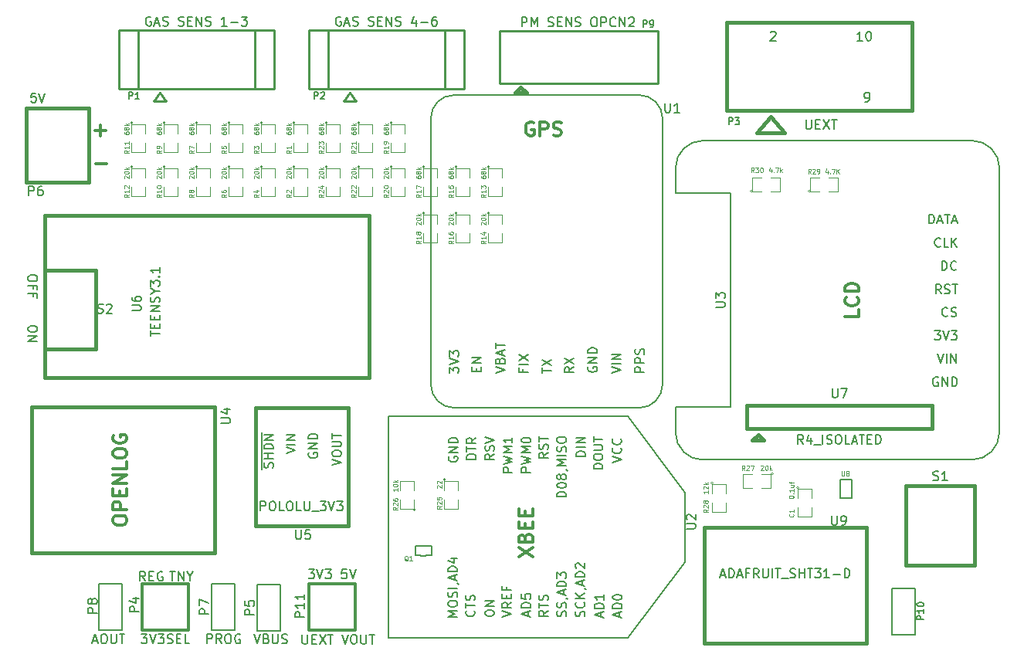
<source format=gto>
G04 (created by PCBNEW (2013-jul-07)-stable) date Sun 08 May 2016 08:08:29 PM PDT*
%MOIN*%
G04 Gerber Fmt 3.4, Leading zero omitted, Abs format*
%FSLAX34Y34*%
G01*
G70*
G90*
G04 APERTURE LIST*
%ADD10C,0.00590551*%
%ADD11C,0.008*%
%ADD12C,0.012*%
%ADD13C,0.015*%
%ADD14C,0.006*%
%ADD15C,0.00984252*%
%ADD16C,0.0039*%
%ADD17C,0.005*%
%ADD18C,0.004*%
G04 APERTURE END LIST*
G54D10*
G54D11*
X22340Y-34011D02*
X22588Y-34011D01*
X22454Y-34164D01*
X22511Y-34164D01*
X22550Y-34183D01*
X22569Y-34202D01*
X22588Y-34240D01*
X22588Y-34335D01*
X22569Y-34373D01*
X22550Y-34392D01*
X22511Y-34411D01*
X22397Y-34411D01*
X22359Y-34392D01*
X22340Y-34373D01*
X22702Y-34011D02*
X22835Y-34411D01*
X22969Y-34011D01*
X23064Y-34011D02*
X23311Y-34011D01*
X23178Y-34164D01*
X23235Y-34164D01*
X23273Y-34183D01*
X23292Y-34202D01*
X23311Y-34240D01*
X23311Y-34335D01*
X23292Y-34373D01*
X23273Y-34392D01*
X23235Y-34411D01*
X23121Y-34411D01*
X23083Y-34392D01*
X23064Y-34373D01*
X23978Y-34011D02*
X23788Y-34011D01*
X23769Y-34202D01*
X23788Y-34183D01*
X23826Y-34164D01*
X23921Y-34164D01*
X23959Y-34183D01*
X23978Y-34202D01*
X23997Y-34240D01*
X23997Y-34335D01*
X23978Y-34373D01*
X23959Y-34392D01*
X23921Y-34411D01*
X23826Y-34411D01*
X23788Y-34392D01*
X23769Y-34373D01*
X24111Y-34011D02*
X24245Y-34411D01*
X24378Y-34011D01*
X22066Y-36836D02*
X22066Y-37160D01*
X22085Y-37198D01*
X22104Y-37217D01*
X22142Y-37236D01*
X22219Y-37236D01*
X22257Y-37217D01*
X22276Y-37198D01*
X22295Y-37160D01*
X22295Y-36836D01*
X22485Y-37027D02*
X22619Y-37027D01*
X22676Y-37236D02*
X22485Y-37236D01*
X22485Y-36836D01*
X22676Y-36836D01*
X22809Y-36836D02*
X23076Y-37236D01*
X23076Y-36836D02*
X22809Y-37236D01*
X23171Y-36836D02*
X23400Y-36836D01*
X23285Y-37236D02*
X23285Y-36836D01*
X23780Y-36836D02*
X23914Y-37236D01*
X24047Y-36836D01*
X24257Y-36836D02*
X24333Y-36836D01*
X24371Y-36855D01*
X24409Y-36894D01*
X24428Y-36970D01*
X24428Y-37103D01*
X24409Y-37179D01*
X24371Y-37217D01*
X24333Y-37236D01*
X24257Y-37236D01*
X24219Y-37217D01*
X24180Y-37179D01*
X24161Y-37103D01*
X24161Y-36970D01*
X24180Y-36894D01*
X24219Y-36855D01*
X24257Y-36836D01*
X24600Y-36836D02*
X24600Y-37160D01*
X24619Y-37198D01*
X24638Y-37217D01*
X24676Y-37236D01*
X24752Y-37236D01*
X24790Y-37217D01*
X24809Y-37198D01*
X24828Y-37160D01*
X24828Y-36836D01*
X24961Y-36836D02*
X25190Y-36836D01*
X25076Y-37236D02*
X25076Y-36836D01*
X31540Y-10591D02*
X31540Y-10191D01*
X31693Y-10191D01*
X31731Y-10210D01*
X31750Y-10230D01*
X31769Y-10268D01*
X31769Y-10325D01*
X31750Y-10363D01*
X31731Y-10382D01*
X31693Y-10401D01*
X31540Y-10401D01*
X31940Y-10591D02*
X31940Y-10191D01*
X32074Y-10477D01*
X32207Y-10191D01*
X32207Y-10591D01*
X32683Y-10572D02*
X32740Y-10591D01*
X32836Y-10591D01*
X32874Y-10572D01*
X32893Y-10553D01*
X32912Y-10515D01*
X32912Y-10477D01*
X32893Y-10439D01*
X32874Y-10420D01*
X32836Y-10401D01*
X32760Y-10382D01*
X32721Y-10363D01*
X32702Y-10344D01*
X32683Y-10306D01*
X32683Y-10268D01*
X32702Y-10230D01*
X32721Y-10210D01*
X32760Y-10191D01*
X32855Y-10191D01*
X32912Y-10210D01*
X33083Y-10382D02*
X33217Y-10382D01*
X33274Y-10591D02*
X33083Y-10591D01*
X33083Y-10191D01*
X33274Y-10191D01*
X33445Y-10591D02*
X33445Y-10191D01*
X33674Y-10591D01*
X33674Y-10191D01*
X33845Y-10572D02*
X33902Y-10591D01*
X33998Y-10591D01*
X34036Y-10572D01*
X34055Y-10553D01*
X34074Y-10515D01*
X34074Y-10477D01*
X34055Y-10439D01*
X34036Y-10420D01*
X33998Y-10401D01*
X33921Y-10382D01*
X33883Y-10363D01*
X33864Y-10344D01*
X33845Y-10306D01*
X33845Y-10268D01*
X33864Y-10230D01*
X33883Y-10210D01*
X33921Y-10191D01*
X34017Y-10191D01*
X34074Y-10210D01*
X34626Y-10191D02*
X34702Y-10191D01*
X34740Y-10210D01*
X34779Y-10249D01*
X34798Y-10325D01*
X34798Y-10458D01*
X34779Y-10534D01*
X34740Y-10572D01*
X34702Y-10591D01*
X34626Y-10591D01*
X34588Y-10572D01*
X34550Y-10534D01*
X34531Y-10458D01*
X34531Y-10325D01*
X34550Y-10249D01*
X34588Y-10210D01*
X34626Y-10191D01*
X34969Y-10591D02*
X34969Y-10191D01*
X35121Y-10191D01*
X35160Y-10210D01*
X35179Y-10230D01*
X35198Y-10268D01*
X35198Y-10325D01*
X35179Y-10363D01*
X35160Y-10382D01*
X35121Y-10401D01*
X34969Y-10401D01*
X35598Y-10553D02*
X35579Y-10572D01*
X35521Y-10591D01*
X35483Y-10591D01*
X35426Y-10572D01*
X35388Y-10534D01*
X35369Y-10496D01*
X35350Y-10420D01*
X35350Y-10363D01*
X35369Y-10287D01*
X35388Y-10249D01*
X35426Y-10210D01*
X35483Y-10191D01*
X35521Y-10191D01*
X35579Y-10210D01*
X35598Y-10230D01*
X35769Y-10591D02*
X35769Y-10191D01*
X35998Y-10591D01*
X35998Y-10191D01*
X36169Y-10230D02*
X36188Y-10210D01*
X36226Y-10191D01*
X36321Y-10191D01*
X36360Y-10210D01*
X36379Y-10230D01*
X36398Y-10268D01*
X36398Y-10306D01*
X36379Y-10363D01*
X36150Y-10591D01*
X36398Y-10591D01*
X43811Y-14611D02*
X43811Y-14935D01*
X43830Y-14973D01*
X43850Y-14992D01*
X43888Y-15011D01*
X43964Y-15011D01*
X44002Y-14992D01*
X44021Y-14973D01*
X44040Y-14935D01*
X44040Y-14611D01*
X44230Y-14802D02*
X44364Y-14802D01*
X44421Y-15011D02*
X44230Y-15011D01*
X44230Y-14611D01*
X44421Y-14611D01*
X44554Y-14611D02*
X44821Y-15011D01*
X44821Y-14611D02*
X44554Y-15011D01*
X44916Y-14611D02*
X45145Y-14611D01*
X45030Y-15011D02*
X45030Y-14611D01*
X13033Y-37097D02*
X13223Y-37097D01*
X12995Y-37211D02*
X13128Y-36811D01*
X13261Y-37211D01*
X13471Y-36811D02*
X13547Y-36811D01*
X13585Y-36830D01*
X13623Y-36869D01*
X13642Y-36945D01*
X13642Y-37078D01*
X13623Y-37154D01*
X13585Y-37192D01*
X13547Y-37211D01*
X13471Y-37211D01*
X13433Y-37192D01*
X13395Y-37154D01*
X13376Y-37078D01*
X13376Y-36945D01*
X13395Y-36869D01*
X13433Y-36830D01*
X13471Y-36811D01*
X13814Y-36811D02*
X13814Y-37135D01*
X13833Y-37173D01*
X13852Y-37192D01*
X13890Y-37211D01*
X13966Y-37211D01*
X14004Y-37192D01*
X14023Y-37173D01*
X14042Y-37135D01*
X14042Y-36811D01*
X14176Y-36811D02*
X14404Y-36811D01*
X14290Y-37211D02*
X14290Y-36811D01*
X17956Y-37211D02*
X17956Y-36811D01*
X18108Y-36811D01*
X18146Y-36830D01*
X18165Y-36850D01*
X18184Y-36888D01*
X18184Y-36945D01*
X18165Y-36983D01*
X18146Y-37002D01*
X18108Y-37021D01*
X17956Y-37021D01*
X18584Y-37211D02*
X18451Y-37021D01*
X18356Y-37211D02*
X18356Y-36811D01*
X18508Y-36811D01*
X18546Y-36830D01*
X18565Y-36850D01*
X18584Y-36888D01*
X18584Y-36945D01*
X18565Y-36983D01*
X18546Y-37002D01*
X18508Y-37021D01*
X18356Y-37021D01*
X18832Y-36811D02*
X18908Y-36811D01*
X18946Y-36830D01*
X18984Y-36869D01*
X19003Y-36945D01*
X19003Y-37078D01*
X18984Y-37154D01*
X18946Y-37192D01*
X18908Y-37211D01*
X18832Y-37211D01*
X18794Y-37192D01*
X18756Y-37154D01*
X18737Y-37078D01*
X18737Y-36945D01*
X18756Y-36869D01*
X18794Y-36830D01*
X18832Y-36811D01*
X19384Y-36830D02*
X19346Y-36811D01*
X19289Y-36811D01*
X19232Y-36830D01*
X19194Y-36869D01*
X19175Y-36907D01*
X19156Y-36983D01*
X19156Y-37040D01*
X19175Y-37116D01*
X19194Y-37154D01*
X19232Y-37192D01*
X19289Y-37211D01*
X19327Y-37211D01*
X19384Y-37192D01*
X19403Y-37173D01*
X19403Y-37040D01*
X19327Y-37040D01*
X19983Y-36819D02*
X20117Y-37219D01*
X20250Y-36819D01*
X20517Y-37010D02*
X20574Y-37029D01*
X20593Y-37048D01*
X20612Y-37086D01*
X20612Y-37143D01*
X20593Y-37181D01*
X20574Y-37200D01*
X20536Y-37219D01*
X20383Y-37219D01*
X20383Y-36819D01*
X20517Y-36819D01*
X20555Y-36838D01*
X20574Y-36857D01*
X20593Y-36895D01*
X20593Y-36934D01*
X20574Y-36972D01*
X20555Y-36991D01*
X20517Y-37010D01*
X20383Y-37010D01*
X20783Y-36819D02*
X20783Y-37143D01*
X20803Y-37181D01*
X20822Y-37200D01*
X20860Y-37219D01*
X20936Y-37219D01*
X20974Y-37200D01*
X20993Y-37181D01*
X21012Y-37143D01*
X21012Y-36819D01*
X21183Y-37200D02*
X21241Y-37219D01*
X21336Y-37219D01*
X21374Y-37200D01*
X21393Y-37181D01*
X21412Y-37143D01*
X21412Y-37105D01*
X21393Y-37067D01*
X21374Y-37048D01*
X21336Y-37029D01*
X21260Y-37010D01*
X21222Y-36991D01*
X21203Y-36972D01*
X21183Y-36934D01*
X21183Y-36895D01*
X21203Y-36857D01*
X21222Y-36838D01*
X21260Y-36819D01*
X21355Y-36819D01*
X21412Y-36838D01*
X10571Y-13461D02*
X10380Y-13461D01*
X10361Y-13652D01*
X10380Y-13633D01*
X10419Y-13614D01*
X10514Y-13614D01*
X10552Y-13633D01*
X10571Y-13652D01*
X10590Y-13690D01*
X10590Y-13785D01*
X10571Y-13823D01*
X10552Y-13842D01*
X10514Y-13861D01*
X10419Y-13861D01*
X10380Y-13842D01*
X10361Y-13823D01*
X10704Y-13461D02*
X10838Y-13861D01*
X10971Y-13461D01*
X16354Y-34111D02*
X16583Y-34111D01*
X16469Y-34511D02*
X16469Y-34111D01*
X16716Y-34511D02*
X16716Y-34111D01*
X16945Y-34511D01*
X16945Y-34111D01*
X17211Y-34321D02*
X17211Y-34511D01*
X17078Y-34111D02*
X17211Y-34321D01*
X17345Y-34111D01*
X15292Y-34511D02*
X15159Y-34321D01*
X15064Y-34511D02*
X15064Y-34111D01*
X15216Y-34111D01*
X15254Y-34130D01*
X15273Y-34150D01*
X15292Y-34188D01*
X15292Y-34245D01*
X15273Y-34283D01*
X15254Y-34302D01*
X15216Y-34321D01*
X15064Y-34321D01*
X15464Y-34302D02*
X15597Y-34302D01*
X15654Y-34511D02*
X15464Y-34511D01*
X15464Y-34111D01*
X15654Y-34111D01*
X16035Y-34130D02*
X15997Y-34111D01*
X15940Y-34111D01*
X15883Y-34130D01*
X15845Y-34169D01*
X15826Y-34207D01*
X15807Y-34283D01*
X15807Y-34340D01*
X15826Y-34416D01*
X15845Y-34454D01*
X15883Y-34492D01*
X15940Y-34511D01*
X15978Y-34511D01*
X16035Y-34492D01*
X16054Y-34473D01*
X16054Y-34340D01*
X15978Y-34340D01*
X15121Y-36811D02*
X15369Y-36811D01*
X15235Y-36964D01*
X15292Y-36964D01*
X15330Y-36983D01*
X15350Y-37002D01*
X15369Y-37040D01*
X15369Y-37135D01*
X15350Y-37173D01*
X15330Y-37192D01*
X15292Y-37211D01*
X15178Y-37211D01*
X15140Y-37192D01*
X15121Y-37173D01*
X15483Y-36811D02*
X15616Y-37211D01*
X15750Y-36811D01*
X15845Y-36811D02*
X16092Y-36811D01*
X15959Y-36964D01*
X16016Y-36964D01*
X16054Y-36983D01*
X16073Y-37002D01*
X16092Y-37040D01*
X16092Y-37135D01*
X16073Y-37173D01*
X16054Y-37192D01*
X16016Y-37211D01*
X15902Y-37211D01*
X15864Y-37192D01*
X15845Y-37173D01*
X16245Y-37192D02*
X16302Y-37211D01*
X16397Y-37211D01*
X16435Y-37192D01*
X16454Y-37173D01*
X16473Y-37135D01*
X16473Y-37097D01*
X16454Y-37059D01*
X16435Y-37040D01*
X16397Y-37021D01*
X16321Y-37002D01*
X16283Y-36983D01*
X16264Y-36964D01*
X16245Y-36926D01*
X16245Y-36888D01*
X16264Y-36850D01*
X16283Y-36830D01*
X16321Y-36811D01*
X16416Y-36811D01*
X16473Y-36830D01*
X16645Y-37002D02*
X16778Y-37002D01*
X16835Y-37211D02*
X16645Y-37211D01*
X16645Y-36811D01*
X16835Y-36811D01*
X17197Y-37211D02*
X17007Y-37211D01*
X17007Y-36811D01*
G54D12*
X13171Y-16514D02*
X13628Y-16514D01*
X13121Y-15064D02*
X13578Y-15064D01*
X13350Y-15292D02*
X13350Y-14835D01*
G54D11*
X23738Y-10180D02*
X23700Y-10161D01*
X23642Y-10161D01*
X23585Y-10180D01*
X23547Y-10219D01*
X23528Y-10257D01*
X23509Y-10333D01*
X23509Y-10390D01*
X23528Y-10466D01*
X23547Y-10504D01*
X23585Y-10542D01*
X23642Y-10561D01*
X23680Y-10561D01*
X23738Y-10542D01*
X23757Y-10523D01*
X23757Y-10390D01*
X23680Y-10390D01*
X23909Y-10447D02*
X24100Y-10447D01*
X23871Y-10561D02*
X24004Y-10161D01*
X24138Y-10561D01*
X24252Y-10542D02*
X24309Y-10561D01*
X24404Y-10561D01*
X24442Y-10542D01*
X24461Y-10523D01*
X24480Y-10485D01*
X24480Y-10447D01*
X24461Y-10409D01*
X24442Y-10390D01*
X24404Y-10371D01*
X24328Y-10352D01*
X24290Y-10333D01*
X24271Y-10314D01*
X24252Y-10276D01*
X24252Y-10238D01*
X24271Y-10200D01*
X24290Y-10180D01*
X24328Y-10161D01*
X24423Y-10161D01*
X24480Y-10180D01*
X24938Y-10542D02*
X24995Y-10561D01*
X25090Y-10561D01*
X25128Y-10542D01*
X25147Y-10523D01*
X25166Y-10485D01*
X25166Y-10447D01*
X25147Y-10409D01*
X25128Y-10390D01*
X25090Y-10371D01*
X25014Y-10352D01*
X24976Y-10333D01*
X24957Y-10314D01*
X24938Y-10276D01*
X24938Y-10238D01*
X24957Y-10200D01*
X24976Y-10180D01*
X25014Y-10161D01*
X25109Y-10161D01*
X25166Y-10180D01*
X25338Y-10352D02*
X25471Y-10352D01*
X25528Y-10561D02*
X25338Y-10561D01*
X25338Y-10161D01*
X25528Y-10161D01*
X25700Y-10561D02*
X25700Y-10161D01*
X25928Y-10561D01*
X25928Y-10161D01*
X26100Y-10542D02*
X26157Y-10561D01*
X26252Y-10561D01*
X26290Y-10542D01*
X26309Y-10523D01*
X26328Y-10485D01*
X26328Y-10447D01*
X26309Y-10409D01*
X26290Y-10390D01*
X26252Y-10371D01*
X26176Y-10352D01*
X26138Y-10333D01*
X26119Y-10314D01*
X26100Y-10276D01*
X26100Y-10238D01*
X26119Y-10200D01*
X26138Y-10180D01*
X26176Y-10161D01*
X26271Y-10161D01*
X26328Y-10180D01*
X26976Y-10295D02*
X26976Y-10561D01*
X26880Y-10142D02*
X26785Y-10428D01*
X27033Y-10428D01*
X27185Y-10409D02*
X27490Y-10409D01*
X27852Y-10161D02*
X27776Y-10161D01*
X27738Y-10180D01*
X27719Y-10200D01*
X27680Y-10257D01*
X27661Y-10333D01*
X27661Y-10485D01*
X27680Y-10523D01*
X27700Y-10542D01*
X27738Y-10561D01*
X27814Y-10561D01*
X27852Y-10542D01*
X27871Y-10523D01*
X27890Y-10485D01*
X27890Y-10390D01*
X27871Y-10352D01*
X27852Y-10333D01*
X27814Y-10314D01*
X27738Y-10314D01*
X27700Y-10333D01*
X27680Y-10352D01*
X27661Y-10390D01*
X15538Y-10180D02*
X15500Y-10161D01*
X15442Y-10161D01*
X15385Y-10180D01*
X15347Y-10219D01*
X15328Y-10257D01*
X15309Y-10333D01*
X15309Y-10390D01*
X15328Y-10466D01*
X15347Y-10504D01*
X15385Y-10542D01*
X15442Y-10561D01*
X15480Y-10561D01*
X15538Y-10542D01*
X15557Y-10523D01*
X15557Y-10390D01*
X15480Y-10390D01*
X15709Y-10447D02*
X15900Y-10447D01*
X15671Y-10561D02*
X15804Y-10161D01*
X15938Y-10561D01*
X16052Y-10542D02*
X16109Y-10561D01*
X16204Y-10561D01*
X16242Y-10542D01*
X16261Y-10523D01*
X16280Y-10485D01*
X16280Y-10447D01*
X16261Y-10409D01*
X16242Y-10390D01*
X16204Y-10371D01*
X16128Y-10352D01*
X16090Y-10333D01*
X16071Y-10314D01*
X16052Y-10276D01*
X16052Y-10238D01*
X16071Y-10200D01*
X16090Y-10180D01*
X16128Y-10161D01*
X16223Y-10161D01*
X16280Y-10180D01*
X16738Y-10542D02*
X16795Y-10561D01*
X16890Y-10561D01*
X16928Y-10542D01*
X16947Y-10523D01*
X16966Y-10485D01*
X16966Y-10447D01*
X16947Y-10409D01*
X16928Y-10390D01*
X16890Y-10371D01*
X16814Y-10352D01*
X16776Y-10333D01*
X16757Y-10314D01*
X16738Y-10276D01*
X16738Y-10238D01*
X16757Y-10200D01*
X16776Y-10180D01*
X16814Y-10161D01*
X16909Y-10161D01*
X16966Y-10180D01*
X17138Y-10352D02*
X17271Y-10352D01*
X17328Y-10561D02*
X17138Y-10561D01*
X17138Y-10161D01*
X17328Y-10161D01*
X17500Y-10561D02*
X17500Y-10161D01*
X17728Y-10561D01*
X17728Y-10161D01*
X17900Y-10542D02*
X17957Y-10561D01*
X18052Y-10561D01*
X18090Y-10542D01*
X18109Y-10523D01*
X18128Y-10485D01*
X18128Y-10447D01*
X18109Y-10409D01*
X18090Y-10390D01*
X18052Y-10371D01*
X17976Y-10352D01*
X17938Y-10333D01*
X17919Y-10314D01*
X17900Y-10276D01*
X17900Y-10238D01*
X17919Y-10200D01*
X17938Y-10180D01*
X17976Y-10161D01*
X18071Y-10161D01*
X18128Y-10180D01*
X18814Y-10561D02*
X18585Y-10561D01*
X18700Y-10561D02*
X18700Y-10161D01*
X18661Y-10219D01*
X18623Y-10257D01*
X18585Y-10276D01*
X18985Y-10409D02*
X19290Y-10409D01*
X19442Y-10161D02*
X19690Y-10161D01*
X19557Y-10314D01*
X19614Y-10314D01*
X19652Y-10333D01*
X19671Y-10352D01*
X19690Y-10390D01*
X19690Y-10485D01*
X19671Y-10523D01*
X19652Y-10542D01*
X19614Y-10561D01*
X19500Y-10561D01*
X19461Y-10542D01*
X19442Y-10523D01*
X10638Y-21419D02*
X10638Y-21495D01*
X10619Y-21533D01*
X10580Y-21571D01*
X10504Y-21590D01*
X10371Y-21590D01*
X10295Y-21571D01*
X10257Y-21533D01*
X10238Y-21495D01*
X10238Y-21419D01*
X10257Y-21380D01*
X10295Y-21342D01*
X10371Y-21323D01*
X10504Y-21323D01*
X10580Y-21342D01*
X10619Y-21380D01*
X10638Y-21419D01*
X10447Y-21895D02*
X10447Y-21761D01*
X10238Y-21761D02*
X10638Y-21761D01*
X10638Y-21952D01*
X10447Y-22238D02*
X10447Y-22104D01*
X10238Y-22104D02*
X10638Y-22104D01*
X10638Y-22295D01*
X10638Y-23602D02*
X10638Y-23678D01*
X10619Y-23716D01*
X10580Y-23754D01*
X10504Y-23773D01*
X10371Y-23773D01*
X10295Y-23754D01*
X10257Y-23716D01*
X10238Y-23678D01*
X10238Y-23602D01*
X10257Y-23564D01*
X10295Y-23526D01*
X10371Y-23507D01*
X10504Y-23507D01*
X10580Y-23526D01*
X10619Y-23564D01*
X10638Y-23602D01*
X10238Y-23945D02*
X10638Y-23945D01*
X10238Y-24173D01*
X10638Y-24173D01*
G54D13*
X20050Y-27050D02*
X20050Y-32150D01*
X24070Y-27050D02*
X24050Y-32150D01*
X20050Y-27050D02*
X24050Y-27050D01*
X20050Y-32150D02*
X24050Y-32150D01*
G54D12*
X17150Y-36650D02*
X15150Y-36650D01*
X15150Y-36650D02*
X15150Y-34650D01*
X15150Y-34650D02*
X17150Y-34650D01*
X17150Y-34650D02*
X17150Y-36650D01*
G54D14*
X18170Y-34650D02*
X19170Y-34650D01*
X19170Y-34650D02*
X19170Y-36650D01*
X19170Y-36650D02*
X18170Y-36650D01*
X18170Y-36650D02*
X18170Y-34650D01*
X20118Y-34679D02*
X21118Y-34679D01*
X21118Y-34679D02*
X21118Y-36679D01*
X21118Y-36679D02*
X20118Y-36679D01*
X20118Y-36679D02*
X20118Y-34679D01*
G54D13*
X18300Y-27000D02*
X18300Y-33300D01*
X10400Y-27000D02*
X10400Y-33300D01*
X18300Y-33300D02*
X10450Y-33300D01*
X10450Y-33300D02*
X10400Y-33300D01*
X18300Y-27000D02*
X10400Y-27000D01*
X51082Y-33858D02*
X51082Y-30413D01*
X48129Y-30413D02*
X48129Y-33858D01*
X48129Y-33858D02*
X51082Y-33858D01*
X48129Y-30413D02*
X51082Y-30413D01*
X12050Y-24500D02*
X13150Y-24500D01*
X13150Y-24500D02*
X13150Y-21100D01*
X13150Y-21100D02*
X10950Y-21100D01*
X10950Y-21100D02*
X10950Y-24500D01*
X10950Y-24500D02*
X12050Y-24500D01*
G54D10*
X36618Y-27043D02*
G75*
G03X37618Y-26043I0J1000D01*
G74*
G01*
X27618Y-26043D02*
G75*
G03X28618Y-27043I1000J0D01*
G74*
G01*
X37618Y-14543D02*
G75*
G03X36618Y-13543I-1000J0D01*
G74*
G01*
X28618Y-13543D02*
G75*
G03X27618Y-14543I0J-1000D01*
G74*
G01*
X28618Y-27043D02*
X36618Y-27043D01*
X28618Y-13543D02*
X36618Y-13543D01*
X37618Y-14543D02*
X37618Y-26043D01*
X27618Y-14543D02*
X27618Y-26043D01*
X40540Y-17780D02*
X40540Y-27020D01*
X38180Y-27020D02*
X40540Y-27020D01*
X38180Y-17780D02*
X40540Y-17780D01*
X39360Y-15510D02*
G75*
G03X38180Y-16690I0J-1180D01*
G74*
G01*
X38180Y-28110D02*
G75*
G03X39360Y-29290I1180J0D01*
G74*
G01*
X38180Y-28110D02*
X38180Y-27020D01*
X38180Y-16690D02*
X38180Y-17780D01*
X50980Y-29290D02*
G75*
G03X52160Y-28110I0J1180D01*
G74*
G01*
X52160Y-16690D02*
G75*
G03X50980Y-15510I-1180J0D01*
G74*
G01*
X52160Y-16690D02*
X52160Y-28110D01*
X50980Y-29290D02*
X39360Y-29290D01*
X50980Y-15510D02*
X39360Y-15510D01*
G54D13*
X12850Y-14100D02*
X10150Y-14100D01*
X10150Y-14100D02*
X10150Y-17300D01*
X10150Y-17300D02*
X12850Y-17300D01*
X12850Y-17300D02*
X12850Y-14100D01*
G54D14*
X13300Y-34650D02*
X14300Y-34650D01*
X14300Y-34650D02*
X14300Y-36650D01*
X14300Y-36650D02*
X13300Y-36650D01*
X13300Y-36650D02*
X13300Y-34650D01*
G54D13*
X40400Y-10400D02*
X48400Y-10400D01*
X48400Y-10400D02*
X48400Y-14200D01*
X48400Y-14200D02*
X40400Y-14200D01*
X40400Y-14200D02*
X40400Y-10400D01*
X41683Y-15174D02*
X42865Y-15174D01*
X42288Y-14461D02*
X41688Y-15161D01*
X42888Y-15160D02*
X42288Y-14460D01*
X10950Y-25750D02*
X24950Y-25750D01*
X24950Y-25750D02*
X24950Y-18750D01*
X24950Y-18750D02*
X10950Y-18750D01*
X10950Y-18750D02*
X10950Y-25750D01*
G54D15*
X29046Y-10740D02*
X29046Y-13259D01*
X28219Y-13259D02*
X29046Y-13259D01*
X28219Y-10740D02*
X29046Y-10740D01*
X23180Y-13259D02*
X22353Y-13259D01*
X22353Y-13259D02*
X22353Y-10740D01*
X22353Y-10740D02*
X23180Y-10740D01*
X24125Y-13456D02*
X23849Y-13811D01*
X23849Y-13811D02*
X24400Y-13811D01*
X24400Y-13811D02*
X24125Y-13456D01*
X23180Y-10740D02*
X23180Y-13259D01*
X23180Y-13259D02*
X28219Y-13259D01*
X28219Y-13259D02*
X28219Y-10740D01*
X28219Y-10740D02*
X23180Y-10740D01*
X20846Y-10740D02*
X20846Y-13259D01*
X20019Y-13259D02*
X20846Y-13259D01*
X20019Y-10740D02*
X20846Y-10740D01*
X14980Y-13259D02*
X14153Y-13259D01*
X14153Y-13259D02*
X14153Y-10740D01*
X14153Y-10740D02*
X14980Y-10740D01*
X15925Y-13456D02*
X15649Y-13811D01*
X15649Y-13811D02*
X16200Y-13811D01*
X16200Y-13811D02*
X15925Y-13456D01*
X14980Y-10740D02*
X14980Y-13259D01*
X14980Y-13259D02*
X20019Y-13259D01*
X20019Y-13259D02*
X20019Y-10740D01*
X20019Y-10740D02*
X14980Y-10740D01*
G54D14*
X45800Y-30950D02*
X45800Y-30150D01*
X45800Y-30150D02*
X45300Y-30150D01*
X45300Y-30150D02*
X45300Y-30950D01*
X45300Y-30950D02*
X45800Y-30950D01*
G54D13*
X31500Y-13200D02*
X31250Y-13450D01*
X31250Y-13450D02*
X31750Y-13450D01*
X31750Y-13450D02*
X31500Y-13200D01*
G54D15*
X37425Y-10774D02*
X37425Y-13038D01*
X36440Y-13038D02*
X37425Y-13038D01*
X36440Y-10774D02*
X37425Y-10774D01*
X36440Y-13038D02*
X30574Y-13038D01*
X30574Y-11700D02*
X30574Y-13038D01*
X30574Y-10774D02*
X36440Y-10774D01*
X30574Y-11700D02*
X30574Y-10774D01*
G54D12*
X22350Y-34650D02*
X24350Y-34650D01*
X24350Y-34650D02*
X24350Y-36650D01*
X24350Y-36650D02*
X22350Y-36650D01*
X22350Y-36650D02*
X22350Y-34650D01*
G54D10*
X38597Y-33696D02*
X36137Y-36983D01*
X36137Y-27416D02*
X38597Y-30703D01*
X38597Y-30703D02*
X38597Y-33696D01*
X25802Y-27416D02*
X36137Y-27416D01*
X25802Y-27416D02*
X25802Y-36983D01*
X25802Y-36983D02*
X36137Y-36983D01*
G54D13*
X41750Y-28200D02*
X41500Y-28450D01*
X41500Y-28450D02*
X42000Y-28450D01*
X42000Y-28450D02*
X41750Y-28200D01*
X47250Y-26950D02*
X49250Y-26950D01*
X49250Y-26950D02*
X49250Y-27950D01*
X49250Y-27950D02*
X47250Y-27950D01*
X41250Y-26950D02*
X41250Y-27950D01*
X41250Y-27950D02*
X47250Y-27950D01*
X47250Y-26950D02*
X41250Y-26950D01*
G54D14*
X47531Y-34826D02*
X48531Y-34826D01*
X48531Y-34826D02*
X48531Y-36826D01*
X48531Y-36826D02*
X47531Y-36826D01*
X47531Y-36826D02*
X47531Y-34826D01*
G54D13*
X39413Y-37220D02*
X46413Y-37220D01*
X46413Y-37220D02*
X46413Y-32220D01*
X46413Y-32220D02*
X39413Y-32220D01*
X39413Y-32220D02*
X39413Y-37220D01*
G54D16*
X39800Y-30300D02*
G75*
G03X39800Y-30300I-50J0D01*
G74*
G01*
X39750Y-30750D02*
X39750Y-30350D01*
X39750Y-30350D02*
X40350Y-30350D01*
X40350Y-30350D02*
X40350Y-30750D01*
X40350Y-31150D02*
X40350Y-31550D01*
X40350Y-31550D02*
X39750Y-31550D01*
X39750Y-31550D02*
X39750Y-31150D01*
X43500Y-30500D02*
G75*
G03X43500Y-30500I-50J0D01*
G74*
G01*
X43450Y-30950D02*
X43450Y-30550D01*
X43450Y-30550D02*
X44050Y-30550D01*
X44050Y-30550D02*
X44050Y-30950D01*
X44050Y-31350D02*
X44050Y-31750D01*
X44050Y-31750D02*
X43450Y-31750D01*
X43450Y-31750D02*
X43450Y-31350D01*
X42400Y-29900D02*
G75*
G03X42400Y-29900I-50J0D01*
G74*
G01*
X41900Y-29900D02*
X42300Y-29900D01*
X42300Y-29900D02*
X42300Y-30500D01*
X42300Y-30500D02*
X41900Y-30500D01*
X41500Y-30500D02*
X41100Y-30500D01*
X41100Y-30500D02*
X41100Y-29900D01*
X41100Y-29900D02*
X41500Y-29900D01*
X26950Y-31450D02*
G75*
G03X26950Y-31450I-50J0D01*
G74*
G01*
X26900Y-31000D02*
X26900Y-31400D01*
X26900Y-31400D02*
X26300Y-31400D01*
X26300Y-31400D02*
X26300Y-31000D01*
X26300Y-30600D02*
X26300Y-30200D01*
X26300Y-30200D02*
X26900Y-30200D01*
X26900Y-30200D02*
X26900Y-30600D01*
X28250Y-30150D02*
G75*
G03X28250Y-30150I-50J0D01*
G74*
G01*
X28200Y-30600D02*
X28200Y-30200D01*
X28200Y-30200D02*
X28800Y-30200D01*
X28800Y-30200D02*
X28800Y-30600D01*
X28800Y-31000D02*
X28800Y-31400D01*
X28800Y-31400D02*
X28200Y-31400D01*
X28200Y-31400D02*
X28200Y-31000D01*
G54D17*
X27400Y-33400D02*
X27650Y-33400D01*
X27650Y-33400D02*
X27650Y-33000D01*
X26950Y-33000D02*
X26950Y-33400D01*
X26950Y-33400D02*
X27200Y-33400D01*
X27400Y-33450D02*
X27400Y-33400D01*
X27200Y-33400D02*
X27200Y-33450D01*
X27650Y-33000D02*
X26950Y-33000D01*
X27200Y-33450D02*
X27400Y-33450D01*
G54D16*
X30150Y-18650D02*
G75*
G03X30150Y-18650I-50J0D01*
G74*
G01*
X30100Y-19100D02*
X30100Y-18700D01*
X30100Y-18700D02*
X30700Y-18700D01*
X30700Y-18700D02*
X30700Y-19100D01*
X30700Y-19500D02*
X30700Y-19900D01*
X30700Y-19900D02*
X30100Y-19900D01*
X30100Y-19900D02*
X30100Y-19500D01*
X41500Y-17700D02*
G75*
G03X41500Y-17700I-50J0D01*
G74*
G01*
X41900Y-17700D02*
X41500Y-17700D01*
X41500Y-17700D02*
X41500Y-17100D01*
X41500Y-17100D02*
X41900Y-17100D01*
X42300Y-17100D02*
X42700Y-17100D01*
X42700Y-17100D02*
X42700Y-17700D01*
X42700Y-17700D02*
X42300Y-17700D01*
X44000Y-17700D02*
G75*
G03X44000Y-17700I-50J0D01*
G74*
G01*
X44400Y-17700D02*
X44000Y-17700D01*
X44000Y-17700D02*
X44000Y-17100D01*
X44000Y-17100D02*
X44400Y-17100D01*
X44800Y-17100D02*
X45200Y-17100D01*
X45200Y-17100D02*
X45200Y-17700D01*
X45200Y-17700D02*
X44800Y-17700D01*
X23150Y-16650D02*
G75*
G03X23150Y-16650I-50J0D01*
G74*
G01*
X23100Y-17100D02*
X23100Y-16700D01*
X23100Y-16700D02*
X23700Y-16700D01*
X23700Y-16700D02*
X23700Y-17100D01*
X23700Y-17500D02*
X23700Y-17900D01*
X23700Y-17900D02*
X23100Y-17900D01*
X23100Y-17900D02*
X23100Y-17500D01*
X23150Y-14750D02*
G75*
G03X23150Y-14750I-50J0D01*
G74*
G01*
X23100Y-15200D02*
X23100Y-14800D01*
X23100Y-14800D02*
X23700Y-14800D01*
X23700Y-14800D02*
X23700Y-15200D01*
X23700Y-15600D02*
X23700Y-16000D01*
X23700Y-16000D02*
X23100Y-16000D01*
X23100Y-16000D02*
X23100Y-15600D01*
X24550Y-16650D02*
G75*
G03X24550Y-16650I-50J0D01*
G74*
G01*
X24500Y-17100D02*
X24500Y-16700D01*
X24500Y-16700D02*
X25100Y-16700D01*
X25100Y-16700D02*
X25100Y-17100D01*
X25100Y-17500D02*
X25100Y-17900D01*
X25100Y-17900D02*
X24500Y-17900D01*
X24500Y-17900D02*
X24500Y-17500D01*
X24550Y-14750D02*
G75*
G03X24550Y-14750I-50J0D01*
G74*
G01*
X24500Y-15200D02*
X24500Y-14800D01*
X24500Y-14800D02*
X25100Y-14800D01*
X25100Y-14800D02*
X25100Y-15200D01*
X25100Y-15600D02*
X25100Y-16000D01*
X25100Y-16000D02*
X24500Y-16000D01*
X24500Y-16000D02*
X24500Y-15600D01*
X25950Y-16650D02*
G75*
G03X25950Y-16650I-50J0D01*
G74*
G01*
X25900Y-17100D02*
X25900Y-16700D01*
X25900Y-16700D02*
X26500Y-16700D01*
X26500Y-16700D02*
X26500Y-17100D01*
X26500Y-17500D02*
X26500Y-17900D01*
X26500Y-17900D02*
X25900Y-17900D01*
X25900Y-17900D02*
X25900Y-17500D01*
X25950Y-14750D02*
G75*
G03X25950Y-14750I-50J0D01*
G74*
G01*
X25900Y-15200D02*
X25900Y-14800D01*
X25900Y-14800D02*
X26500Y-14800D01*
X26500Y-14800D02*
X26500Y-15200D01*
X26500Y-15600D02*
X26500Y-16000D01*
X26500Y-16000D02*
X25900Y-16000D01*
X25900Y-16000D02*
X25900Y-15600D01*
X27350Y-18650D02*
G75*
G03X27350Y-18650I-50J0D01*
G74*
G01*
X27300Y-19100D02*
X27300Y-18700D01*
X27300Y-18700D02*
X27900Y-18700D01*
X27900Y-18700D02*
X27900Y-19100D01*
X27900Y-19500D02*
X27900Y-19900D01*
X27900Y-19900D02*
X27300Y-19900D01*
X27300Y-19900D02*
X27300Y-19500D01*
X27350Y-16650D02*
G75*
G03X27350Y-16650I-50J0D01*
G74*
G01*
X27300Y-17100D02*
X27300Y-16700D01*
X27300Y-16700D02*
X27900Y-16700D01*
X27900Y-16700D02*
X27900Y-17100D01*
X27900Y-17500D02*
X27900Y-17900D01*
X27900Y-17900D02*
X27300Y-17900D01*
X27300Y-17900D02*
X27300Y-17500D01*
X28750Y-18650D02*
G75*
G03X28750Y-18650I-50J0D01*
G74*
G01*
X28700Y-19100D02*
X28700Y-18700D01*
X28700Y-18700D02*
X29300Y-18700D01*
X29300Y-18700D02*
X29300Y-19100D01*
X29300Y-19500D02*
X29300Y-19900D01*
X29300Y-19900D02*
X28700Y-19900D01*
X28700Y-19900D02*
X28700Y-19500D01*
X28750Y-16650D02*
G75*
G03X28750Y-16650I-50J0D01*
G74*
G01*
X28700Y-17100D02*
X28700Y-16700D01*
X28700Y-16700D02*
X29300Y-16700D01*
X29300Y-16700D02*
X29300Y-17100D01*
X29300Y-17500D02*
X29300Y-17900D01*
X29300Y-17900D02*
X28700Y-17900D01*
X28700Y-17900D02*
X28700Y-17500D01*
X21750Y-14750D02*
G75*
G03X21750Y-14750I-50J0D01*
G74*
G01*
X21700Y-15200D02*
X21700Y-14800D01*
X21700Y-14800D02*
X22300Y-14800D01*
X22300Y-14800D02*
X22300Y-15200D01*
X22300Y-15600D02*
X22300Y-16000D01*
X22300Y-16000D02*
X21700Y-16000D01*
X21700Y-16000D02*
X21700Y-15600D01*
X30150Y-16650D02*
G75*
G03X30150Y-16650I-50J0D01*
G74*
G01*
X30100Y-17100D02*
X30100Y-16700D01*
X30100Y-16700D02*
X30700Y-16700D01*
X30700Y-16700D02*
X30700Y-17100D01*
X30700Y-17500D02*
X30700Y-17900D01*
X30700Y-17900D02*
X30100Y-17900D01*
X30100Y-17900D02*
X30100Y-17500D01*
X14750Y-16650D02*
G75*
G03X14750Y-16650I-50J0D01*
G74*
G01*
X14700Y-17100D02*
X14700Y-16700D01*
X14700Y-16700D02*
X15300Y-16700D01*
X15300Y-16700D02*
X15300Y-17100D01*
X15300Y-17500D02*
X15300Y-17900D01*
X15300Y-17900D02*
X14700Y-17900D01*
X14700Y-17900D02*
X14700Y-17500D01*
X14750Y-14750D02*
G75*
G03X14750Y-14750I-50J0D01*
G74*
G01*
X14700Y-15200D02*
X14700Y-14800D01*
X14700Y-14800D02*
X15300Y-14800D01*
X15300Y-14800D02*
X15300Y-15200D01*
X15300Y-15600D02*
X15300Y-16000D01*
X15300Y-16000D02*
X14700Y-16000D01*
X14700Y-16000D02*
X14700Y-15600D01*
X16150Y-16650D02*
G75*
G03X16150Y-16650I-50J0D01*
G74*
G01*
X16100Y-17100D02*
X16100Y-16700D01*
X16100Y-16700D02*
X16700Y-16700D01*
X16700Y-16700D02*
X16700Y-17100D01*
X16700Y-17500D02*
X16700Y-17900D01*
X16700Y-17900D02*
X16100Y-17900D01*
X16100Y-17900D02*
X16100Y-17500D01*
X16150Y-14750D02*
G75*
G03X16150Y-14750I-50J0D01*
G74*
G01*
X16100Y-15200D02*
X16100Y-14800D01*
X16100Y-14800D02*
X16700Y-14800D01*
X16700Y-14800D02*
X16700Y-15200D01*
X16700Y-15600D02*
X16700Y-16000D01*
X16700Y-16000D02*
X16100Y-16000D01*
X16100Y-16000D02*
X16100Y-15600D01*
X17550Y-16650D02*
G75*
G03X17550Y-16650I-50J0D01*
G74*
G01*
X17500Y-17100D02*
X17500Y-16700D01*
X17500Y-16700D02*
X18100Y-16700D01*
X18100Y-16700D02*
X18100Y-17100D01*
X18100Y-17500D02*
X18100Y-17900D01*
X18100Y-17900D02*
X17500Y-17900D01*
X17500Y-17900D02*
X17500Y-17500D01*
X17550Y-14750D02*
G75*
G03X17550Y-14750I-50J0D01*
G74*
G01*
X17500Y-15200D02*
X17500Y-14800D01*
X17500Y-14800D02*
X18100Y-14800D01*
X18100Y-14800D02*
X18100Y-15200D01*
X18100Y-15600D02*
X18100Y-16000D01*
X18100Y-16000D02*
X17500Y-16000D01*
X17500Y-16000D02*
X17500Y-15600D01*
X18950Y-16650D02*
G75*
G03X18950Y-16650I-50J0D01*
G74*
G01*
X18900Y-17100D02*
X18900Y-16700D01*
X18900Y-16700D02*
X19500Y-16700D01*
X19500Y-16700D02*
X19500Y-17100D01*
X19500Y-17500D02*
X19500Y-17900D01*
X19500Y-17900D02*
X18900Y-17900D01*
X18900Y-17900D02*
X18900Y-17500D01*
X18950Y-14750D02*
G75*
G03X18950Y-14750I-50J0D01*
G74*
G01*
X18900Y-15200D02*
X18900Y-14800D01*
X18900Y-14800D02*
X19500Y-14800D01*
X19500Y-14800D02*
X19500Y-15200D01*
X19500Y-15600D02*
X19500Y-16000D01*
X19500Y-16000D02*
X18900Y-16000D01*
X18900Y-16000D02*
X18900Y-15600D01*
X20350Y-16650D02*
G75*
G03X20350Y-16650I-50J0D01*
G74*
G01*
X20300Y-17100D02*
X20300Y-16700D01*
X20300Y-16700D02*
X20900Y-16700D01*
X20900Y-16700D02*
X20900Y-17100D01*
X20900Y-17500D02*
X20900Y-17900D01*
X20900Y-17900D02*
X20300Y-17900D01*
X20300Y-17900D02*
X20300Y-17500D01*
X20350Y-14750D02*
G75*
G03X20350Y-14750I-50J0D01*
G74*
G01*
X20300Y-15200D02*
X20300Y-14800D01*
X20300Y-14800D02*
X20900Y-14800D01*
X20900Y-14800D02*
X20900Y-15200D01*
X20900Y-15600D02*
X20900Y-16000D01*
X20900Y-16000D02*
X20300Y-16000D01*
X20300Y-16000D02*
X20300Y-15600D01*
X21750Y-16650D02*
G75*
G03X21750Y-16650I-50J0D01*
G74*
G01*
X21700Y-17100D02*
X21700Y-16700D01*
X21700Y-16700D02*
X22300Y-16700D01*
X22300Y-16700D02*
X22300Y-17100D01*
X22300Y-17500D02*
X22300Y-17900D01*
X22300Y-17900D02*
X21700Y-17900D01*
X21700Y-17900D02*
X21700Y-17500D01*
G54D11*
X21795Y-32311D02*
X21795Y-32635D01*
X21814Y-32673D01*
X21833Y-32692D01*
X21871Y-32711D01*
X21947Y-32711D01*
X21985Y-32692D01*
X22004Y-32673D01*
X22023Y-32635D01*
X22023Y-32311D01*
X22404Y-32311D02*
X22214Y-32311D01*
X22195Y-32502D01*
X22214Y-32483D01*
X22252Y-32464D01*
X22347Y-32464D01*
X22385Y-32483D01*
X22404Y-32502D01*
X22423Y-32540D01*
X22423Y-32635D01*
X22404Y-32673D01*
X22385Y-32692D01*
X22347Y-32711D01*
X22252Y-32711D01*
X22214Y-32692D01*
X22195Y-32673D01*
X20268Y-31481D02*
X20268Y-31081D01*
X20420Y-31081D01*
X20458Y-31100D01*
X20477Y-31120D01*
X20496Y-31158D01*
X20496Y-31215D01*
X20477Y-31253D01*
X20458Y-31272D01*
X20420Y-31291D01*
X20268Y-31291D01*
X20744Y-31081D02*
X20820Y-31081D01*
X20858Y-31100D01*
X20896Y-31139D01*
X20915Y-31215D01*
X20915Y-31348D01*
X20896Y-31424D01*
X20858Y-31462D01*
X20820Y-31481D01*
X20744Y-31481D01*
X20706Y-31462D01*
X20668Y-31424D01*
X20649Y-31348D01*
X20649Y-31215D01*
X20668Y-31139D01*
X20706Y-31100D01*
X20744Y-31081D01*
X21277Y-31481D02*
X21087Y-31481D01*
X21087Y-31081D01*
X21487Y-31081D02*
X21563Y-31081D01*
X21601Y-31100D01*
X21639Y-31139D01*
X21658Y-31215D01*
X21658Y-31348D01*
X21639Y-31424D01*
X21601Y-31462D01*
X21563Y-31481D01*
X21487Y-31481D01*
X21449Y-31462D01*
X21410Y-31424D01*
X21391Y-31348D01*
X21391Y-31215D01*
X21410Y-31139D01*
X21449Y-31100D01*
X21487Y-31081D01*
X22020Y-31481D02*
X21830Y-31481D01*
X21830Y-31081D01*
X22153Y-31081D02*
X22153Y-31405D01*
X22172Y-31443D01*
X22191Y-31462D01*
X22230Y-31481D01*
X22306Y-31481D01*
X22344Y-31462D01*
X22363Y-31443D01*
X22382Y-31405D01*
X22382Y-31081D01*
X22477Y-31520D02*
X22782Y-31520D01*
X22839Y-31081D02*
X23087Y-31081D01*
X22953Y-31234D01*
X23010Y-31234D01*
X23049Y-31253D01*
X23068Y-31272D01*
X23087Y-31310D01*
X23087Y-31405D01*
X23068Y-31443D01*
X23049Y-31462D01*
X23010Y-31481D01*
X22896Y-31481D01*
X22858Y-31462D01*
X22839Y-31443D01*
X23201Y-31081D02*
X23334Y-31481D01*
X23468Y-31081D01*
X23563Y-31081D02*
X23810Y-31081D01*
X23677Y-31234D01*
X23734Y-31234D01*
X23772Y-31253D01*
X23791Y-31272D01*
X23810Y-31310D01*
X23810Y-31405D01*
X23791Y-31443D01*
X23772Y-31462D01*
X23734Y-31481D01*
X23620Y-31481D01*
X23582Y-31462D01*
X23563Y-31443D01*
G54D10*
X23355Y-29523D02*
X23749Y-29392D01*
X23355Y-29261D01*
X23355Y-29054D02*
X23355Y-28979D01*
X23374Y-28942D01*
X23411Y-28904D01*
X23486Y-28886D01*
X23618Y-28886D01*
X23693Y-28904D01*
X23730Y-28942D01*
X23749Y-28979D01*
X23749Y-29054D01*
X23730Y-29092D01*
X23693Y-29129D01*
X23618Y-29148D01*
X23486Y-29148D01*
X23411Y-29129D01*
X23374Y-29092D01*
X23355Y-29054D01*
X23355Y-28717D02*
X23674Y-28717D01*
X23711Y-28698D01*
X23730Y-28680D01*
X23749Y-28642D01*
X23749Y-28567D01*
X23730Y-28530D01*
X23711Y-28511D01*
X23674Y-28492D01*
X23355Y-28492D01*
X23355Y-28361D02*
X23355Y-28136D01*
X23749Y-28248D02*
X23355Y-28248D01*
X22354Y-28989D02*
X22335Y-29027D01*
X22335Y-29083D01*
X22354Y-29139D01*
X22391Y-29177D01*
X22429Y-29196D01*
X22504Y-29214D01*
X22560Y-29214D01*
X22635Y-29196D01*
X22673Y-29177D01*
X22710Y-29139D01*
X22729Y-29083D01*
X22729Y-29046D01*
X22710Y-28989D01*
X22691Y-28971D01*
X22560Y-28971D01*
X22560Y-29046D01*
X22729Y-28802D02*
X22335Y-28802D01*
X22729Y-28577D01*
X22335Y-28577D01*
X22729Y-28390D02*
X22335Y-28390D01*
X22335Y-28296D01*
X22354Y-28240D01*
X22391Y-28202D01*
X22429Y-28183D01*
X22504Y-28165D01*
X22560Y-28165D01*
X22635Y-28183D01*
X22673Y-28202D01*
X22710Y-28240D01*
X22729Y-28296D01*
X22729Y-28390D01*
X21375Y-29021D02*
X21769Y-28889D01*
X21375Y-28758D01*
X21769Y-28627D02*
X21375Y-28627D01*
X21769Y-28440D02*
X21375Y-28440D01*
X21769Y-28215D01*
X21375Y-28215D01*
X20790Y-29631D02*
X20809Y-29575D01*
X20809Y-29481D01*
X20790Y-29444D01*
X20771Y-29425D01*
X20734Y-29406D01*
X20696Y-29406D01*
X20659Y-29425D01*
X20640Y-29444D01*
X20621Y-29481D01*
X20603Y-29556D01*
X20584Y-29594D01*
X20565Y-29613D01*
X20528Y-29631D01*
X20490Y-29631D01*
X20453Y-29613D01*
X20434Y-29594D01*
X20415Y-29556D01*
X20415Y-29463D01*
X20434Y-29406D01*
X20809Y-29238D02*
X20415Y-29238D01*
X20603Y-29238D02*
X20603Y-29013D01*
X20809Y-29013D02*
X20415Y-29013D01*
X20809Y-28825D02*
X20415Y-28825D01*
X20415Y-28731D01*
X20434Y-28675D01*
X20471Y-28638D01*
X20509Y-28619D01*
X20584Y-28600D01*
X20640Y-28600D01*
X20715Y-28619D01*
X20753Y-28638D01*
X20790Y-28675D01*
X20809Y-28731D01*
X20809Y-28825D01*
X20809Y-28431D02*
X20415Y-28431D01*
X20809Y-28206D01*
X20415Y-28206D01*
X20325Y-29706D02*
X20325Y-28113D01*
G54D11*
X15011Y-35845D02*
X14611Y-35845D01*
X14611Y-35692D01*
X14630Y-35654D01*
X14650Y-35635D01*
X14688Y-35616D01*
X14745Y-35616D01*
X14783Y-35635D01*
X14802Y-35654D01*
X14821Y-35692D01*
X14821Y-35845D01*
X14745Y-35273D02*
X15011Y-35273D01*
X14592Y-35369D02*
X14878Y-35464D01*
X14878Y-35216D01*
X18032Y-35945D02*
X17632Y-35945D01*
X17632Y-35792D01*
X17651Y-35754D01*
X17670Y-35735D01*
X17708Y-35716D01*
X17765Y-35716D01*
X17803Y-35735D01*
X17822Y-35754D01*
X17841Y-35792D01*
X17841Y-35945D01*
X17632Y-35583D02*
X17632Y-35316D01*
X18032Y-35488D01*
X19993Y-35975D02*
X19593Y-35975D01*
X19593Y-35822D01*
X19612Y-35784D01*
X19631Y-35765D01*
X19669Y-35746D01*
X19726Y-35746D01*
X19764Y-35765D01*
X19783Y-35784D01*
X19802Y-35822D01*
X19802Y-35975D01*
X19593Y-35384D02*
X19593Y-35575D01*
X19783Y-35594D01*
X19764Y-35575D01*
X19745Y-35537D01*
X19745Y-35441D01*
X19764Y-35403D01*
X19783Y-35384D01*
X19821Y-35365D01*
X19917Y-35365D01*
X19955Y-35384D01*
X19974Y-35403D01*
X19993Y-35441D01*
X19993Y-35537D01*
X19974Y-35575D01*
X19955Y-35594D01*
X18561Y-27704D02*
X18885Y-27704D01*
X18923Y-27685D01*
X18942Y-27666D01*
X18961Y-27628D01*
X18961Y-27552D01*
X18942Y-27514D01*
X18923Y-27495D01*
X18885Y-27476D01*
X18561Y-27476D01*
X18695Y-27114D02*
X18961Y-27114D01*
X18542Y-27209D02*
X18828Y-27304D01*
X18828Y-27057D01*
G54D12*
X13892Y-31949D02*
X13892Y-31835D01*
X13921Y-31778D01*
X13978Y-31721D01*
X14092Y-31692D01*
X14292Y-31692D01*
X14407Y-31721D01*
X14464Y-31778D01*
X14492Y-31835D01*
X14492Y-31949D01*
X14464Y-32007D01*
X14407Y-32064D01*
X14292Y-32092D01*
X14092Y-32092D01*
X13978Y-32064D01*
X13921Y-32007D01*
X13892Y-31949D01*
X14492Y-31435D02*
X13892Y-31435D01*
X13892Y-31207D01*
X13921Y-31150D01*
X13950Y-31121D01*
X14007Y-31092D01*
X14092Y-31092D01*
X14150Y-31121D01*
X14178Y-31150D01*
X14207Y-31207D01*
X14207Y-31435D01*
X14178Y-30835D02*
X14178Y-30635D01*
X14492Y-30550D02*
X14492Y-30835D01*
X13892Y-30835D01*
X13892Y-30550D01*
X14492Y-30292D02*
X13892Y-30292D01*
X14492Y-29950D01*
X13892Y-29950D01*
X14492Y-29378D02*
X14492Y-29664D01*
X13892Y-29664D01*
X13892Y-29064D02*
X13892Y-28950D01*
X13921Y-28892D01*
X13978Y-28835D01*
X14092Y-28807D01*
X14292Y-28807D01*
X14407Y-28835D01*
X14464Y-28892D01*
X14492Y-28950D01*
X14492Y-29064D01*
X14464Y-29121D01*
X14407Y-29178D01*
X14292Y-29207D01*
X14092Y-29207D01*
X13978Y-29178D01*
X13921Y-29121D01*
X13892Y-29064D01*
X13921Y-28235D02*
X13892Y-28292D01*
X13892Y-28378D01*
X13921Y-28464D01*
X13978Y-28521D01*
X14035Y-28550D01*
X14150Y-28578D01*
X14235Y-28578D01*
X14350Y-28550D01*
X14407Y-28521D01*
X14464Y-28464D01*
X14492Y-28378D01*
X14492Y-28321D01*
X14464Y-28235D01*
X14435Y-28207D01*
X14235Y-28207D01*
X14235Y-28321D01*
G54D11*
X49301Y-30162D02*
X49358Y-30181D01*
X49453Y-30181D01*
X49492Y-30162D01*
X49511Y-30143D01*
X49530Y-30105D01*
X49530Y-30067D01*
X49511Y-30029D01*
X49492Y-30010D01*
X49453Y-29991D01*
X49377Y-29972D01*
X49339Y-29953D01*
X49320Y-29933D01*
X49301Y-29895D01*
X49301Y-29857D01*
X49320Y-29819D01*
X49339Y-29800D01*
X49377Y-29781D01*
X49472Y-29781D01*
X49530Y-29800D01*
X49911Y-30181D02*
X49682Y-30181D01*
X49796Y-30181D02*
X49796Y-29781D01*
X49758Y-29838D01*
X49720Y-29876D01*
X49682Y-29895D01*
X13245Y-22942D02*
X13302Y-22961D01*
X13397Y-22961D01*
X13435Y-22942D01*
X13454Y-22923D01*
X13473Y-22885D01*
X13473Y-22847D01*
X13454Y-22809D01*
X13435Y-22790D01*
X13397Y-22771D01*
X13321Y-22752D01*
X13283Y-22733D01*
X13264Y-22714D01*
X13245Y-22676D01*
X13245Y-22638D01*
X13264Y-22600D01*
X13283Y-22580D01*
X13321Y-22561D01*
X13416Y-22561D01*
X13473Y-22580D01*
X13626Y-22600D02*
X13645Y-22580D01*
X13683Y-22561D01*
X13778Y-22561D01*
X13816Y-22580D01*
X13835Y-22600D01*
X13854Y-22638D01*
X13854Y-22676D01*
X13835Y-22733D01*
X13607Y-22961D01*
X13854Y-22961D01*
X37726Y-13895D02*
X37726Y-14219D01*
X37745Y-14257D01*
X37764Y-14276D01*
X37802Y-14295D01*
X37879Y-14295D01*
X37917Y-14276D01*
X37936Y-14257D01*
X37955Y-14219D01*
X37955Y-13895D01*
X38355Y-14295D02*
X38126Y-14295D01*
X38241Y-14295D02*
X38241Y-13895D01*
X38202Y-13952D01*
X38164Y-13991D01*
X38126Y-14010D01*
G54D12*
X32051Y-14730D02*
X31994Y-14701D01*
X31908Y-14701D01*
X31823Y-14730D01*
X31766Y-14787D01*
X31737Y-14844D01*
X31708Y-14959D01*
X31708Y-15044D01*
X31737Y-15159D01*
X31766Y-15216D01*
X31823Y-15273D01*
X31908Y-15301D01*
X31966Y-15301D01*
X32051Y-15273D01*
X32080Y-15244D01*
X32080Y-15044D01*
X31966Y-15044D01*
X32337Y-15301D02*
X32337Y-14701D01*
X32566Y-14701D01*
X32623Y-14730D01*
X32651Y-14759D01*
X32680Y-14816D01*
X32680Y-14901D01*
X32651Y-14959D01*
X32623Y-14987D01*
X32566Y-15016D01*
X32337Y-15016D01*
X32908Y-15273D02*
X32994Y-15301D01*
X33137Y-15301D01*
X33194Y-15273D01*
X33223Y-15244D01*
X33251Y-15187D01*
X33251Y-15130D01*
X33223Y-15073D01*
X33194Y-15044D01*
X33137Y-15016D01*
X33023Y-14987D01*
X32966Y-14959D01*
X32937Y-14930D01*
X32908Y-14873D01*
X32908Y-14816D01*
X32937Y-14759D01*
X32966Y-14730D01*
X33023Y-14701D01*
X33166Y-14701D01*
X33251Y-14730D01*
G54D10*
X36827Y-25500D02*
X36433Y-25500D01*
X36433Y-25350D01*
X36452Y-25313D01*
X36471Y-25294D01*
X36508Y-25275D01*
X36564Y-25275D01*
X36602Y-25294D01*
X36621Y-25313D01*
X36639Y-25350D01*
X36639Y-25500D01*
X36827Y-25107D02*
X36433Y-25107D01*
X36433Y-24957D01*
X36452Y-24919D01*
X36471Y-24900D01*
X36508Y-24882D01*
X36564Y-24882D01*
X36602Y-24900D01*
X36621Y-24919D01*
X36639Y-24957D01*
X36639Y-25107D01*
X36808Y-24732D02*
X36827Y-24675D01*
X36827Y-24582D01*
X36808Y-24544D01*
X36789Y-24525D01*
X36752Y-24507D01*
X36714Y-24507D01*
X36677Y-24525D01*
X36658Y-24544D01*
X36639Y-24582D01*
X36621Y-24657D01*
X36602Y-24694D01*
X36583Y-24713D01*
X36546Y-24732D01*
X36508Y-24732D01*
X36471Y-24713D01*
X36452Y-24694D01*
X36433Y-24657D01*
X36433Y-24563D01*
X36452Y-24507D01*
X35423Y-25534D02*
X35817Y-25403D01*
X35423Y-25272D01*
X35817Y-25140D02*
X35423Y-25140D01*
X35817Y-24953D02*
X35423Y-24953D01*
X35817Y-24728D01*
X35423Y-24728D01*
X34422Y-25283D02*
X34403Y-25320D01*
X34403Y-25377D01*
X34422Y-25433D01*
X34460Y-25470D01*
X34497Y-25489D01*
X34572Y-25508D01*
X34628Y-25508D01*
X34703Y-25489D01*
X34741Y-25470D01*
X34778Y-25433D01*
X34797Y-25377D01*
X34797Y-25339D01*
X34778Y-25283D01*
X34759Y-25264D01*
X34628Y-25264D01*
X34628Y-25339D01*
X34797Y-25095D02*
X34403Y-25095D01*
X34797Y-24870D01*
X34403Y-24870D01*
X34797Y-24683D02*
X34403Y-24683D01*
X34403Y-24589D01*
X34422Y-24533D01*
X34460Y-24495D01*
X34497Y-24477D01*
X34572Y-24458D01*
X34628Y-24458D01*
X34703Y-24477D01*
X34741Y-24495D01*
X34778Y-24533D01*
X34797Y-24589D01*
X34797Y-24683D01*
X33787Y-25288D02*
X33599Y-25420D01*
X33787Y-25513D02*
X33393Y-25513D01*
X33393Y-25363D01*
X33412Y-25326D01*
X33431Y-25307D01*
X33468Y-25288D01*
X33524Y-25288D01*
X33562Y-25307D01*
X33581Y-25326D01*
X33599Y-25363D01*
X33599Y-25513D01*
X33393Y-25157D02*
X33787Y-24895D01*
X33393Y-24895D02*
X33787Y-25157D01*
X32413Y-25543D02*
X32413Y-25318D01*
X32807Y-25430D02*
X32413Y-25430D01*
X32413Y-25224D02*
X32807Y-24962D01*
X32413Y-24962D02*
X32807Y-25224D01*
X31601Y-25368D02*
X31601Y-25499D01*
X31807Y-25499D02*
X31413Y-25499D01*
X31413Y-25312D01*
X31807Y-25162D02*
X31413Y-25162D01*
X31413Y-25012D02*
X31807Y-24749D01*
X31413Y-24749D02*
X31807Y-25012D01*
X30413Y-25530D02*
X30807Y-25398D01*
X30413Y-25267D01*
X30601Y-25005D02*
X30619Y-24948D01*
X30638Y-24930D01*
X30676Y-24911D01*
X30732Y-24911D01*
X30769Y-24930D01*
X30788Y-24948D01*
X30807Y-24986D01*
X30807Y-25136D01*
X30413Y-25136D01*
X30413Y-25005D01*
X30432Y-24967D01*
X30451Y-24948D01*
X30488Y-24930D01*
X30526Y-24930D01*
X30563Y-24948D01*
X30582Y-24967D01*
X30601Y-25005D01*
X30601Y-25136D01*
X30694Y-24761D02*
X30694Y-24573D01*
X30807Y-24798D02*
X30413Y-24667D01*
X30807Y-24536D01*
X30413Y-24461D02*
X30413Y-24236D01*
X30807Y-24348D02*
X30413Y-24348D01*
X29591Y-25463D02*
X29591Y-25332D01*
X29797Y-25276D02*
X29797Y-25463D01*
X29403Y-25463D01*
X29403Y-25276D01*
X29797Y-25107D02*
X29403Y-25107D01*
X29797Y-24882D01*
X29403Y-24882D01*
X28423Y-25540D02*
X28423Y-25297D01*
X28573Y-25428D01*
X28573Y-25372D01*
X28592Y-25334D01*
X28611Y-25315D01*
X28648Y-25297D01*
X28742Y-25297D01*
X28779Y-25315D01*
X28798Y-25334D01*
X28817Y-25372D01*
X28817Y-25484D01*
X28798Y-25521D01*
X28779Y-25540D01*
X28423Y-25184D02*
X28817Y-25053D01*
X28423Y-24922D01*
X28423Y-24828D02*
X28423Y-24584D01*
X28573Y-24715D01*
X28573Y-24659D01*
X28592Y-24622D01*
X28611Y-24603D01*
X28648Y-24584D01*
X28742Y-24584D01*
X28779Y-24603D01*
X28798Y-24622D01*
X28817Y-24659D01*
X28817Y-24772D01*
X28798Y-24809D01*
X28779Y-24828D01*
G54D11*
X39911Y-22704D02*
X40235Y-22704D01*
X40273Y-22685D01*
X40292Y-22666D01*
X40311Y-22628D01*
X40311Y-22552D01*
X40292Y-22514D01*
X40273Y-22495D01*
X40235Y-22476D01*
X39911Y-22476D01*
X39911Y-22323D02*
X39911Y-22076D01*
X40064Y-22209D01*
X40064Y-22152D01*
X40083Y-22114D01*
X40102Y-22095D01*
X40140Y-22076D01*
X40235Y-22076D01*
X40273Y-22095D01*
X40292Y-22114D01*
X40311Y-22152D01*
X40311Y-22266D01*
X40292Y-22304D01*
X40273Y-22323D01*
G54D12*
X46092Y-22814D02*
X46092Y-23100D01*
X45492Y-23100D01*
X46035Y-22271D02*
X46064Y-22300D01*
X46092Y-22385D01*
X46092Y-22442D01*
X46064Y-22528D01*
X46007Y-22585D01*
X45950Y-22614D01*
X45835Y-22642D01*
X45750Y-22642D01*
X45635Y-22614D01*
X45578Y-22585D01*
X45521Y-22528D01*
X45492Y-22442D01*
X45492Y-22385D01*
X45521Y-22300D01*
X45550Y-22271D01*
X46092Y-22014D02*
X45492Y-22014D01*
X45492Y-21871D01*
X45521Y-21785D01*
X45578Y-21728D01*
X45635Y-21700D01*
X45750Y-21671D01*
X45835Y-21671D01*
X45950Y-21700D01*
X46007Y-21728D01*
X46064Y-21785D01*
X46092Y-21871D01*
X46092Y-22014D01*
G54D10*
X49510Y-25744D02*
X49472Y-25725D01*
X49416Y-25725D01*
X49360Y-25744D01*
X49322Y-25781D01*
X49303Y-25819D01*
X49285Y-25894D01*
X49285Y-25950D01*
X49303Y-26025D01*
X49322Y-26063D01*
X49360Y-26100D01*
X49416Y-26119D01*
X49453Y-26119D01*
X49510Y-26100D01*
X49528Y-26081D01*
X49528Y-25950D01*
X49453Y-25950D01*
X49697Y-26119D02*
X49697Y-25725D01*
X49922Y-26119D01*
X49922Y-25725D01*
X50109Y-26119D02*
X50109Y-25725D01*
X50203Y-25725D01*
X50259Y-25744D01*
X50297Y-25781D01*
X50316Y-25819D01*
X50334Y-25894D01*
X50334Y-25950D01*
X50316Y-26025D01*
X50297Y-26063D01*
X50259Y-26100D01*
X50203Y-26119D01*
X50109Y-26119D01*
X49478Y-24715D02*
X49610Y-25109D01*
X49741Y-24715D01*
X49872Y-25109D02*
X49872Y-24715D01*
X50059Y-25109D02*
X50059Y-24715D01*
X50284Y-25109D01*
X50284Y-24715D01*
X49362Y-23725D02*
X49606Y-23725D01*
X49475Y-23875D01*
X49531Y-23875D01*
X49568Y-23894D01*
X49587Y-23913D01*
X49606Y-23950D01*
X49606Y-24044D01*
X49587Y-24081D01*
X49568Y-24100D01*
X49531Y-24119D01*
X49418Y-24119D01*
X49381Y-24100D01*
X49362Y-24081D01*
X49718Y-23725D02*
X49850Y-24119D01*
X49981Y-23725D01*
X50074Y-23725D02*
X50318Y-23725D01*
X50187Y-23875D01*
X50243Y-23875D01*
X50281Y-23894D01*
X50299Y-23913D01*
X50318Y-23950D01*
X50318Y-24044D01*
X50299Y-24081D01*
X50281Y-24100D01*
X50243Y-24119D01*
X50131Y-24119D01*
X50093Y-24100D01*
X50074Y-24081D01*
X49924Y-23071D02*
X49905Y-23090D01*
X49849Y-23109D01*
X49811Y-23109D01*
X49755Y-23090D01*
X49718Y-23053D01*
X49699Y-23015D01*
X49680Y-22940D01*
X49680Y-22884D01*
X49699Y-22809D01*
X49718Y-22771D01*
X49755Y-22734D01*
X49811Y-22715D01*
X49849Y-22715D01*
X49905Y-22734D01*
X49924Y-22753D01*
X50074Y-23090D02*
X50130Y-23109D01*
X50224Y-23109D01*
X50261Y-23090D01*
X50280Y-23071D01*
X50299Y-23034D01*
X50299Y-22996D01*
X50280Y-22959D01*
X50261Y-22940D01*
X50224Y-22921D01*
X50149Y-22903D01*
X50111Y-22884D01*
X50093Y-22865D01*
X50074Y-22828D01*
X50074Y-22790D01*
X50093Y-22753D01*
X50111Y-22734D01*
X50149Y-22715D01*
X50243Y-22715D01*
X50299Y-22734D01*
X49644Y-22119D02*
X49513Y-21931D01*
X49419Y-22119D02*
X49419Y-21725D01*
X49569Y-21725D01*
X49606Y-21744D01*
X49625Y-21763D01*
X49644Y-21800D01*
X49644Y-21856D01*
X49625Y-21894D01*
X49606Y-21913D01*
X49569Y-21931D01*
X49419Y-21931D01*
X49794Y-22100D02*
X49850Y-22119D01*
X49944Y-22119D01*
X49981Y-22100D01*
X50000Y-22081D01*
X50019Y-22044D01*
X50019Y-22006D01*
X50000Y-21969D01*
X49981Y-21950D01*
X49944Y-21931D01*
X49869Y-21913D01*
X49831Y-21894D01*
X49813Y-21875D01*
X49794Y-21838D01*
X49794Y-21800D01*
X49813Y-21763D01*
X49831Y-21744D01*
X49869Y-21725D01*
X49963Y-21725D01*
X50019Y-21744D01*
X50131Y-21725D02*
X50356Y-21725D01*
X50244Y-22119D02*
X50244Y-21725D01*
X49680Y-21109D02*
X49680Y-20715D01*
X49773Y-20715D01*
X49830Y-20734D01*
X49867Y-20771D01*
X49886Y-20809D01*
X49905Y-20884D01*
X49905Y-20940D01*
X49886Y-21015D01*
X49867Y-21053D01*
X49830Y-21090D01*
X49773Y-21109D01*
X49680Y-21109D01*
X50298Y-21071D02*
X50279Y-21090D01*
X50223Y-21109D01*
X50186Y-21109D01*
X50129Y-21090D01*
X50092Y-21053D01*
X50073Y-21015D01*
X50054Y-20940D01*
X50054Y-20884D01*
X50073Y-20809D01*
X50092Y-20771D01*
X50129Y-20734D01*
X50186Y-20715D01*
X50223Y-20715D01*
X50279Y-20734D01*
X50298Y-20753D01*
X49615Y-20071D02*
X49596Y-20090D01*
X49540Y-20109D01*
X49503Y-20109D01*
X49446Y-20090D01*
X49409Y-20053D01*
X49390Y-20015D01*
X49371Y-19940D01*
X49371Y-19884D01*
X49390Y-19809D01*
X49409Y-19771D01*
X49446Y-19734D01*
X49503Y-19715D01*
X49540Y-19715D01*
X49596Y-19734D01*
X49615Y-19753D01*
X49971Y-20109D02*
X49784Y-20109D01*
X49784Y-19715D01*
X50103Y-20109D02*
X50103Y-19715D01*
X50328Y-20109D02*
X50159Y-19884D01*
X50328Y-19715D02*
X50103Y-19940D01*
X49119Y-19089D02*
X49119Y-18695D01*
X49213Y-18695D01*
X49269Y-18714D01*
X49306Y-18751D01*
X49325Y-18789D01*
X49344Y-18864D01*
X49344Y-18920D01*
X49325Y-18995D01*
X49306Y-19033D01*
X49269Y-19070D01*
X49213Y-19089D01*
X49119Y-19089D01*
X49494Y-18976D02*
X49681Y-18976D01*
X49456Y-19089D02*
X49588Y-18695D01*
X49719Y-19089D01*
X49794Y-18695D02*
X50019Y-18695D01*
X49906Y-19089D02*
X49906Y-18695D01*
X50131Y-18976D02*
X50319Y-18976D01*
X50094Y-19089D02*
X50225Y-18695D01*
X50356Y-19089D01*
G54D11*
X10264Y-17881D02*
X10264Y-17481D01*
X10417Y-17481D01*
X10455Y-17500D01*
X10474Y-17520D01*
X10493Y-17558D01*
X10493Y-17615D01*
X10474Y-17653D01*
X10455Y-17672D01*
X10417Y-17691D01*
X10264Y-17691D01*
X10836Y-17481D02*
X10760Y-17481D01*
X10721Y-17500D01*
X10702Y-17520D01*
X10664Y-17577D01*
X10645Y-17653D01*
X10645Y-17805D01*
X10664Y-17843D01*
X10683Y-17862D01*
X10721Y-17881D01*
X10798Y-17881D01*
X10836Y-17862D01*
X10855Y-17843D01*
X10874Y-17805D01*
X10874Y-17710D01*
X10855Y-17672D01*
X10836Y-17653D01*
X10798Y-17634D01*
X10721Y-17634D01*
X10683Y-17653D01*
X10664Y-17672D01*
X10645Y-17710D01*
X13211Y-35895D02*
X12811Y-35895D01*
X12811Y-35742D01*
X12830Y-35704D01*
X12850Y-35685D01*
X12888Y-35666D01*
X12945Y-35666D01*
X12983Y-35685D01*
X13002Y-35704D01*
X13021Y-35742D01*
X13021Y-35895D01*
X12983Y-35438D02*
X12964Y-35476D01*
X12945Y-35495D01*
X12907Y-35514D01*
X12888Y-35514D01*
X12850Y-35495D01*
X12830Y-35476D01*
X12811Y-35438D01*
X12811Y-35361D01*
X12830Y-35323D01*
X12850Y-35304D01*
X12888Y-35285D01*
X12907Y-35285D01*
X12945Y-35304D01*
X12964Y-35323D01*
X12983Y-35361D01*
X12983Y-35438D01*
X13002Y-35476D01*
X13021Y-35495D01*
X13059Y-35514D01*
X13135Y-35514D01*
X13173Y-35495D01*
X13192Y-35476D01*
X13211Y-35438D01*
X13211Y-35361D01*
X13192Y-35323D01*
X13173Y-35304D01*
X13135Y-35285D01*
X13059Y-35285D01*
X13021Y-35304D01*
X13002Y-35323D01*
X12983Y-35361D01*
G54D14*
X40478Y-14821D02*
X40478Y-14521D01*
X40592Y-14521D01*
X40621Y-14535D01*
X40635Y-14550D01*
X40650Y-14578D01*
X40650Y-14621D01*
X40635Y-14650D01*
X40621Y-14664D01*
X40592Y-14678D01*
X40478Y-14678D01*
X40750Y-14521D02*
X40935Y-14521D01*
X40835Y-14635D01*
X40878Y-14635D01*
X40907Y-14650D01*
X40921Y-14664D01*
X40935Y-14692D01*
X40935Y-14764D01*
X40921Y-14792D01*
X40907Y-14807D01*
X40878Y-14821D01*
X40792Y-14821D01*
X40764Y-14807D01*
X40750Y-14792D01*
G54D11*
X46252Y-11201D02*
X46024Y-11201D01*
X46138Y-11201D02*
X46138Y-10801D01*
X46100Y-10859D01*
X46062Y-10897D01*
X46024Y-10916D01*
X46500Y-10801D02*
X46538Y-10801D01*
X46576Y-10820D01*
X46595Y-10840D01*
X46614Y-10878D01*
X46633Y-10954D01*
X46633Y-11049D01*
X46614Y-11125D01*
X46595Y-11163D01*
X46576Y-11182D01*
X46538Y-11201D01*
X46500Y-11201D01*
X46462Y-11182D01*
X46443Y-11163D01*
X46424Y-11125D01*
X46405Y-11049D01*
X46405Y-10954D01*
X46424Y-10878D01*
X46443Y-10840D01*
X46462Y-10820D01*
X46500Y-10801D01*
X46370Y-13839D02*
X46447Y-13839D01*
X46485Y-13820D01*
X46504Y-13801D01*
X46542Y-13744D01*
X46561Y-13668D01*
X46561Y-13516D01*
X46542Y-13478D01*
X46523Y-13458D01*
X46485Y-13439D01*
X46408Y-13439D01*
X46370Y-13458D01*
X46351Y-13478D01*
X46332Y-13516D01*
X46332Y-13611D01*
X46351Y-13649D01*
X46370Y-13668D01*
X46408Y-13687D01*
X46485Y-13687D01*
X46523Y-13668D01*
X46542Y-13649D01*
X46561Y-13611D01*
X42277Y-10840D02*
X42296Y-10820D01*
X42334Y-10801D01*
X42430Y-10801D01*
X42468Y-10820D01*
X42487Y-10840D01*
X42506Y-10878D01*
X42506Y-10916D01*
X42487Y-10973D01*
X42258Y-11201D01*
X42506Y-11201D01*
G54D10*
X14715Y-22849D02*
X15034Y-22849D01*
X15071Y-22831D01*
X15090Y-22812D01*
X15109Y-22774D01*
X15109Y-22699D01*
X15090Y-22662D01*
X15071Y-22643D01*
X15034Y-22624D01*
X14715Y-22624D01*
X14715Y-22268D02*
X14715Y-22343D01*
X14734Y-22381D01*
X14753Y-22400D01*
X14809Y-22437D01*
X14884Y-22456D01*
X15034Y-22456D01*
X15071Y-22437D01*
X15090Y-22418D01*
X15109Y-22381D01*
X15109Y-22306D01*
X15090Y-22268D01*
X15071Y-22250D01*
X15034Y-22231D01*
X14940Y-22231D01*
X14903Y-22250D01*
X14884Y-22268D01*
X14865Y-22306D01*
X14865Y-22381D01*
X14884Y-22418D01*
X14903Y-22437D01*
X14940Y-22456D01*
X15515Y-23949D02*
X15515Y-23724D01*
X15909Y-23837D02*
X15515Y-23837D01*
X15703Y-23593D02*
X15703Y-23462D01*
X15909Y-23406D02*
X15909Y-23593D01*
X15515Y-23593D01*
X15515Y-23406D01*
X15703Y-23237D02*
X15703Y-23106D01*
X15909Y-23049D02*
X15909Y-23237D01*
X15515Y-23237D01*
X15515Y-23049D01*
X15909Y-22881D02*
X15515Y-22881D01*
X15909Y-22656D01*
X15515Y-22656D01*
X15890Y-22487D02*
X15909Y-22431D01*
X15909Y-22337D01*
X15890Y-22300D01*
X15871Y-22281D01*
X15834Y-22262D01*
X15796Y-22262D01*
X15759Y-22281D01*
X15740Y-22300D01*
X15721Y-22337D01*
X15703Y-22412D01*
X15684Y-22450D01*
X15665Y-22468D01*
X15628Y-22487D01*
X15590Y-22487D01*
X15553Y-22468D01*
X15534Y-22450D01*
X15515Y-22412D01*
X15515Y-22318D01*
X15534Y-22262D01*
X15721Y-22018D02*
X15909Y-22018D01*
X15515Y-22150D02*
X15721Y-22018D01*
X15515Y-21887D01*
X15515Y-21793D02*
X15515Y-21550D01*
X15665Y-21681D01*
X15665Y-21625D01*
X15684Y-21587D01*
X15703Y-21568D01*
X15740Y-21550D01*
X15834Y-21550D01*
X15871Y-21568D01*
X15890Y-21587D01*
X15909Y-21625D01*
X15909Y-21737D01*
X15890Y-21775D01*
X15871Y-21793D01*
X15871Y-21381D02*
X15890Y-21362D01*
X15909Y-21381D01*
X15890Y-21400D01*
X15871Y-21381D01*
X15909Y-21381D01*
X15909Y-20987D02*
X15909Y-21212D01*
X15909Y-21100D02*
X15515Y-21100D01*
X15571Y-21137D01*
X15609Y-21175D01*
X15628Y-21212D01*
G54D14*
X22578Y-13721D02*
X22578Y-13421D01*
X22692Y-13421D01*
X22721Y-13435D01*
X22735Y-13450D01*
X22750Y-13478D01*
X22750Y-13521D01*
X22735Y-13550D01*
X22721Y-13564D01*
X22692Y-13578D01*
X22578Y-13578D01*
X22864Y-13450D02*
X22878Y-13435D01*
X22907Y-13421D01*
X22978Y-13421D01*
X23007Y-13435D01*
X23021Y-13450D01*
X23035Y-13478D01*
X23035Y-13507D01*
X23021Y-13550D01*
X22850Y-13721D01*
X23035Y-13721D01*
X14578Y-13721D02*
X14578Y-13421D01*
X14692Y-13421D01*
X14721Y-13435D01*
X14735Y-13450D01*
X14750Y-13478D01*
X14750Y-13521D01*
X14735Y-13550D01*
X14721Y-13564D01*
X14692Y-13578D01*
X14578Y-13578D01*
X15035Y-13721D02*
X14864Y-13721D01*
X14950Y-13721D02*
X14950Y-13421D01*
X14921Y-13464D01*
X14892Y-13492D01*
X14864Y-13507D01*
G54D18*
X45347Y-29780D02*
X45347Y-29942D01*
X45357Y-29961D01*
X45366Y-29971D01*
X45385Y-29980D01*
X45423Y-29980D01*
X45442Y-29971D01*
X45452Y-29961D01*
X45461Y-29942D01*
X45461Y-29780D01*
X45585Y-29866D02*
X45566Y-29857D01*
X45557Y-29847D01*
X45547Y-29828D01*
X45547Y-29819D01*
X45557Y-29800D01*
X45566Y-29790D01*
X45585Y-29780D01*
X45623Y-29780D01*
X45642Y-29790D01*
X45652Y-29800D01*
X45661Y-29819D01*
X45661Y-29828D01*
X45652Y-29847D01*
X45642Y-29857D01*
X45623Y-29866D01*
X45585Y-29866D01*
X45566Y-29876D01*
X45557Y-29885D01*
X45547Y-29904D01*
X45547Y-29942D01*
X45557Y-29961D01*
X45566Y-29971D01*
X45585Y-29980D01*
X45623Y-29980D01*
X45642Y-29971D01*
X45652Y-29961D01*
X45661Y-29942D01*
X45661Y-29904D01*
X45652Y-29885D01*
X45642Y-29876D01*
X45623Y-29866D01*
G54D14*
X36778Y-10621D02*
X36778Y-10321D01*
X36892Y-10321D01*
X36921Y-10335D01*
X36935Y-10350D01*
X36950Y-10378D01*
X36950Y-10421D01*
X36935Y-10450D01*
X36921Y-10464D01*
X36892Y-10478D01*
X36778Y-10478D01*
X37092Y-10621D02*
X37150Y-10621D01*
X37178Y-10607D01*
X37192Y-10592D01*
X37221Y-10550D01*
X37235Y-10492D01*
X37235Y-10378D01*
X37221Y-10350D01*
X37207Y-10335D01*
X37178Y-10321D01*
X37121Y-10321D01*
X37092Y-10335D01*
X37078Y-10350D01*
X37064Y-10378D01*
X37064Y-10450D01*
X37078Y-10478D01*
X37092Y-10492D01*
X37121Y-10507D01*
X37178Y-10507D01*
X37207Y-10492D01*
X37221Y-10478D01*
X37235Y-10450D01*
G54D11*
X22161Y-36085D02*
X21761Y-36085D01*
X21761Y-35933D01*
X21780Y-35895D01*
X21800Y-35876D01*
X21838Y-35857D01*
X21895Y-35857D01*
X21933Y-35876D01*
X21952Y-35895D01*
X21971Y-35933D01*
X21971Y-36085D01*
X22161Y-35476D02*
X22161Y-35704D01*
X22161Y-35590D02*
X21761Y-35590D01*
X21819Y-35628D01*
X21857Y-35666D01*
X21876Y-35704D01*
X22161Y-35095D02*
X22161Y-35323D01*
X22161Y-35209D02*
X21761Y-35209D01*
X21819Y-35247D01*
X21857Y-35285D01*
X21876Y-35323D01*
G54D10*
X38647Y-32264D02*
X38966Y-32264D01*
X39003Y-32245D01*
X39022Y-32227D01*
X39041Y-32189D01*
X39041Y-32114D01*
X39022Y-32077D01*
X39003Y-32058D01*
X38966Y-32039D01*
X38647Y-32039D01*
X38685Y-31870D02*
X38666Y-31852D01*
X38647Y-31814D01*
X38647Y-31720D01*
X38666Y-31683D01*
X38685Y-31664D01*
X38722Y-31645D01*
X38760Y-31645D01*
X38816Y-31664D01*
X39041Y-31889D01*
X39041Y-31645D01*
G54D12*
X31409Y-33479D02*
X32009Y-33079D01*
X31409Y-33079D02*
X32009Y-33479D01*
X31695Y-32650D02*
X31724Y-32564D01*
X31752Y-32536D01*
X31809Y-32507D01*
X31895Y-32507D01*
X31952Y-32536D01*
X31981Y-32564D01*
X32009Y-32621D01*
X32009Y-32850D01*
X31409Y-32850D01*
X31409Y-32650D01*
X31438Y-32593D01*
X31466Y-32564D01*
X31524Y-32536D01*
X31581Y-32536D01*
X31638Y-32564D01*
X31666Y-32593D01*
X31695Y-32650D01*
X31695Y-32850D01*
X31695Y-32250D02*
X31695Y-32050D01*
X32009Y-31964D02*
X32009Y-32250D01*
X31409Y-32250D01*
X31409Y-31964D01*
X31695Y-31707D02*
X31695Y-31507D01*
X32009Y-31421D02*
X32009Y-31707D01*
X31409Y-31707D01*
X31409Y-31421D01*
G54D10*
X28759Y-36065D02*
X28365Y-36065D01*
X28646Y-35934D01*
X28365Y-35802D01*
X28759Y-35802D01*
X28365Y-35540D02*
X28365Y-35465D01*
X28384Y-35428D01*
X28421Y-35390D01*
X28496Y-35371D01*
X28628Y-35371D01*
X28703Y-35390D01*
X28740Y-35428D01*
X28759Y-35465D01*
X28759Y-35540D01*
X28740Y-35578D01*
X28703Y-35615D01*
X28628Y-35634D01*
X28496Y-35634D01*
X28421Y-35615D01*
X28384Y-35578D01*
X28365Y-35540D01*
X28740Y-35221D02*
X28759Y-35165D01*
X28759Y-35071D01*
X28740Y-35034D01*
X28721Y-35015D01*
X28684Y-34996D01*
X28646Y-34996D01*
X28609Y-35015D01*
X28590Y-35034D01*
X28571Y-35071D01*
X28553Y-35146D01*
X28534Y-35184D01*
X28515Y-35203D01*
X28478Y-35221D01*
X28440Y-35221D01*
X28403Y-35203D01*
X28384Y-35184D01*
X28365Y-35146D01*
X28365Y-35053D01*
X28384Y-34996D01*
X28759Y-34828D02*
X28365Y-34828D01*
X28740Y-34621D02*
X28759Y-34621D01*
X28796Y-34640D01*
X28815Y-34659D01*
X28646Y-34471D02*
X28646Y-34284D01*
X28759Y-34509D02*
X28365Y-34378D01*
X28759Y-34246D01*
X28759Y-34115D02*
X28365Y-34115D01*
X28365Y-34021D01*
X28384Y-33965D01*
X28421Y-33928D01*
X28459Y-33909D01*
X28534Y-33890D01*
X28590Y-33890D01*
X28665Y-33909D01*
X28703Y-33928D01*
X28740Y-33965D01*
X28759Y-34021D01*
X28759Y-34115D01*
X28496Y-33553D02*
X28759Y-33553D01*
X28346Y-33647D02*
X28628Y-33740D01*
X28628Y-33497D01*
X29487Y-35801D02*
X29505Y-35820D01*
X29524Y-35876D01*
X29524Y-35913D01*
X29505Y-35970D01*
X29468Y-36007D01*
X29430Y-36026D01*
X29355Y-36045D01*
X29299Y-36045D01*
X29224Y-36026D01*
X29187Y-36007D01*
X29149Y-35970D01*
X29131Y-35913D01*
X29131Y-35876D01*
X29149Y-35820D01*
X29168Y-35801D01*
X29131Y-35688D02*
X29131Y-35463D01*
X29524Y-35576D02*
X29131Y-35576D01*
X29505Y-35351D02*
X29524Y-35295D01*
X29524Y-35201D01*
X29505Y-35164D01*
X29487Y-35145D01*
X29449Y-35126D01*
X29412Y-35126D01*
X29374Y-35145D01*
X29355Y-35164D01*
X29337Y-35201D01*
X29318Y-35276D01*
X29299Y-35313D01*
X29280Y-35332D01*
X29243Y-35351D01*
X29205Y-35351D01*
X29168Y-35332D01*
X29149Y-35313D01*
X29131Y-35276D01*
X29131Y-35182D01*
X29149Y-35126D01*
X29957Y-35947D02*
X29957Y-35872D01*
X29976Y-35835D01*
X30014Y-35797D01*
X30089Y-35778D01*
X30220Y-35778D01*
X30295Y-35797D01*
X30332Y-35835D01*
X30351Y-35872D01*
X30351Y-35947D01*
X30332Y-35985D01*
X30295Y-36022D01*
X30220Y-36041D01*
X30089Y-36041D01*
X30014Y-36022D01*
X29976Y-35985D01*
X29957Y-35947D01*
X30351Y-35610D02*
X29957Y-35610D01*
X30351Y-35385D01*
X29957Y-35385D01*
X30705Y-36063D02*
X31099Y-35932D01*
X30705Y-35801D01*
X31099Y-35445D02*
X30912Y-35576D01*
X31099Y-35670D02*
X30705Y-35670D01*
X30705Y-35520D01*
X30724Y-35482D01*
X30743Y-35463D01*
X30780Y-35445D01*
X30837Y-35445D01*
X30874Y-35463D01*
X30893Y-35482D01*
X30912Y-35520D01*
X30912Y-35670D01*
X30893Y-35276D02*
X30893Y-35145D01*
X31099Y-35089D02*
X31099Y-35276D01*
X30705Y-35276D01*
X30705Y-35089D01*
X30893Y-34789D02*
X30893Y-34920D01*
X31099Y-34920D02*
X30705Y-34920D01*
X30705Y-34732D01*
X31813Y-36024D02*
X31813Y-35837D01*
X31926Y-36062D02*
X31532Y-35930D01*
X31926Y-35799D01*
X31926Y-35668D02*
X31532Y-35668D01*
X31532Y-35574D01*
X31551Y-35518D01*
X31588Y-35480D01*
X31626Y-35462D01*
X31701Y-35443D01*
X31757Y-35443D01*
X31832Y-35462D01*
X31870Y-35480D01*
X31907Y-35518D01*
X31926Y-35574D01*
X31926Y-35668D01*
X31532Y-35087D02*
X31532Y-35274D01*
X31720Y-35293D01*
X31701Y-35274D01*
X31682Y-35237D01*
X31682Y-35143D01*
X31701Y-35105D01*
X31720Y-35087D01*
X31757Y-35068D01*
X31851Y-35068D01*
X31888Y-35087D01*
X31907Y-35105D01*
X31926Y-35143D01*
X31926Y-35237D01*
X31907Y-35274D01*
X31888Y-35293D01*
X32674Y-35801D02*
X32486Y-35932D01*
X32674Y-36026D02*
X32280Y-36026D01*
X32280Y-35876D01*
X32299Y-35838D01*
X32318Y-35820D01*
X32355Y-35801D01*
X32411Y-35801D01*
X32449Y-35820D01*
X32468Y-35838D01*
X32486Y-35876D01*
X32486Y-36026D01*
X32280Y-35688D02*
X32280Y-35463D01*
X32674Y-35576D02*
X32280Y-35576D01*
X32655Y-35351D02*
X32674Y-35295D01*
X32674Y-35201D01*
X32655Y-35164D01*
X32636Y-35145D01*
X32599Y-35126D01*
X32561Y-35126D01*
X32524Y-35145D01*
X32505Y-35164D01*
X32486Y-35201D01*
X32468Y-35276D01*
X32449Y-35313D01*
X32430Y-35332D01*
X32393Y-35351D01*
X32355Y-35351D01*
X32318Y-35332D01*
X32299Y-35313D01*
X32280Y-35276D01*
X32280Y-35182D01*
X32299Y-35126D01*
X33440Y-36046D02*
X33459Y-35990D01*
X33459Y-35896D01*
X33440Y-35859D01*
X33421Y-35840D01*
X33384Y-35821D01*
X33346Y-35821D01*
X33309Y-35840D01*
X33290Y-35859D01*
X33271Y-35896D01*
X33253Y-35971D01*
X33234Y-36009D01*
X33215Y-36028D01*
X33178Y-36046D01*
X33140Y-36046D01*
X33103Y-36028D01*
X33084Y-36009D01*
X33065Y-35971D01*
X33065Y-35878D01*
X33084Y-35821D01*
X33440Y-35671D02*
X33459Y-35615D01*
X33459Y-35521D01*
X33440Y-35484D01*
X33421Y-35465D01*
X33384Y-35446D01*
X33346Y-35446D01*
X33309Y-35465D01*
X33290Y-35484D01*
X33271Y-35521D01*
X33253Y-35596D01*
X33234Y-35634D01*
X33215Y-35653D01*
X33178Y-35671D01*
X33140Y-35671D01*
X33103Y-35653D01*
X33084Y-35634D01*
X33065Y-35596D01*
X33065Y-35503D01*
X33084Y-35446D01*
X33440Y-35259D02*
X33459Y-35259D01*
X33496Y-35278D01*
X33515Y-35296D01*
X33346Y-35109D02*
X33346Y-34921D01*
X33459Y-35146D02*
X33065Y-35015D01*
X33459Y-34884D01*
X33459Y-34753D02*
X33065Y-34753D01*
X33065Y-34659D01*
X33084Y-34603D01*
X33121Y-34565D01*
X33159Y-34546D01*
X33234Y-34528D01*
X33290Y-34528D01*
X33365Y-34546D01*
X33403Y-34565D01*
X33440Y-34603D01*
X33459Y-34659D01*
X33459Y-34753D01*
X33065Y-34396D02*
X33065Y-34153D01*
X33215Y-34284D01*
X33215Y-34228D01*
X33234Y-34190D01*
X33253Y-34171D01*
X33290Y-34153D01*
X33384Y-34153D01*
X33421Y-34171D01*
X33440Y-34190D01*
X33459Y-34228D01*
X33459Y-34340D01*
X33440Y-34378D01*
X33421Y-34396D01*
X34240Y-36052D02*
X34259Y-35996D01*
X34259Y-35902D01*
X34240Y-35865D01*
X34221Y-35846D01*
X34184Y-35828D01*
X34146Y-35828D01*
X34109Y-35846D01*
X34090Y-35865D01*
X34071Y-35902D01*
X34053Y-35977D01*
X34034Y-36015D01*
X34015Y-36034D01*
X33978Y-36052D01*
X33940Y-36052D01*
X33903Y-36034D01*
X33884Y-36015D01*
X33865Y-35977D01*
X33865Y-35884D01*
X33884Y-35828D01*
X34221Y-35434D02*
X34240Y-35453D01*
X34259Y-35509D01*
X34259Y-35546D01*
X34240Y-35603D01*
X34203Y-35640D01*
X34165Y-35659D01*
X34090Y-35678D01*
X34034Y-35678D01*
X33959Y-35659D01*
X33921Y-35640D01*
X33884Y-35603D01*
X33865Y-35546D01*
X33865Y-35509D01*
X33884Y-35453D01*
X33903Y-35434D01*
X34259Y-35265D02*
X33865Y-35265D01*
X34259Y-35040D02*
X34034Y-35209D01*
X33865Y-35040D02*
X34090Y-35265D01*
X34240Y-34853D02*
X34259Y-34853D01*
X34296Y-34871D01*
X34315Y-34890D01*
X34146Y-34703D02*
X34146Y-34515D01*
X34259Y-34740D02*
X33865Y-34609D01*
X34259Y-34478D01*
X34259Y-34346D02*
X33865Y-34346D01*
X33865Y-34253D01*
X33884Y-34196D01*
X33921Y-34159D01*
X33959Y-34140D01*
X34034Y-34121D01*
X34090Y-34121D01*
X34165Y-34140D01*
X34203Y-34159D01*
X34240Y-34196D01*
X34259Y-34253D01*
X34259Y-34346D01*
X33903Y-33971D02*
X33884Y-33953D01*
X33865Y-33915D01*
X33865Y-33822D01*
X33884Y-33784D01*
X33903Y-33765D01*
X33940Y-33747D01*
X33978Y-33747D01*
X34034Y-33765D01*
X34259Y-33990D01*
X34259Y-33747D01*
X34963Y-36063D02*
X34963Y-35876D01*
X35075Y-36101D02*
X34682Y-35970D01*
X35075Y-35838D01*
X35075Y-35707D02*
X34682Y-35707D01*
X34682Y-35613D01*
X34700Y-35557D01*
X34738Y-35520D01*
X34775Y-35501D01*
X34850Y-35482D01*
X34907Y-35482D01*
X34982Y-35501D01*
X35019Y-35520D01*
X35057Y-35557D01*
X35075Y-35613D01*
X35075Y-35707D01*
X35075Y-35107D02*
X35075Y-35332D01*
X35075Y-35220D02*
X34682Y-35220D01*
X34738Y-35257D01*
X34775Y-35295D01*
X34794Y-35332D01*
X35750Y-36063D02*
X35750Y-35876D01*
X35863Y-36101D02*
X35469Y-35970D01*
X35863Y-35838D01*
X35863Y-35707D02*
X35469Y-35707D01*
X35469Y-35613D01*
X35488Y-35557D01*
X35525Y-35520D01*
X35563Y-35501D01*
X35638Y-35482D01*
X35694Y-35482D01*
X35769Y-35501D01*
X35807Y-35520D01*
X35844Y-35557D01*
X35863Y-35613D01*
X35863Y-35707D01*
X35469Y-35238D02*
X35469Y-35201D01*
X35488Y-35164D01*
X35507Y-35145D01*
X35544Y-35126D01*
X35619Y-35107D01*
X35713Y-35107D01*
X35788Y-35126D01*
X35825Y-35145D01*
X35844Y-35164D01*
X35863Y-35201D01*
X35863Y-35238D01*
X35844Y-35276D01*
X35825Y-35295D01*
X35788Y-35313D01*
X35713Y-35332D01*
X35619Y-35332D01*
X35544Y-35313D01*
X35507Y-35295D01*
X35488Y-35276D01*
X35469Y-35238D01*
X28401Y-29153D02*
X28382Y-29191D01*
X28382Y-29247D01*
X28401Y-29303D01*
X28439Y-29340D01*
X28476Y-29359D01*
X28551Y-29378D01*
X28607Y-29378D01*
X28682Y-29359D01*
X28720Y-29340D01*
X28757Y-29303D01*
X28776Y-29247D01*
X28776Y-29209D01*
X28757Y-29153D01*
X28739Y-29134D01*
X28607Y-29134D01*
X28607Y-29209D01*
X28776Y-28966D02*
X28382Y-28966D01*
X28776Y-28741D01*
X28382Y-28741D01*
X28776Y-28553D02*
X28382Y-28553D01*
X28382Y-28459D01*
X28401Y-28403D01*
X28439Y-28366D01*
X28476Y-28347D01*
X28551Y-28328D01*
X28607Y-28328D01*
X28682Y-28347D01*
X28720Y-28366D01*
X28757Y-28403D01*
X28776Y-28459D01*
X28776Y-28553D01*
X29564Y-29264D02*
X29170Y-29264D01*
X29170Y-29170D01*
X29189Y-29114D01*
X29226Y-29076D01*
X29264Y-29057D01*
X29339Y-29039D01*
X29395Y-29039D01*
X29470Y-29057D01*
X29507Y-29076D01*
X29545Y-29114D01*
X29564Y-29170D01*
X29564Y-29264D01*
X29170Y-28926D02*
X29170Y-28701D01*
X29564Y-28814D02*
X29170Y-28814D01*
X29564Y-28345D02*
X29376Y-28476D01*
X29564Y-28570D02*
X29170Y-28570D01*
X29170Y-28420D01*
X29189Y-28382D01*
X29207Y-28364D01*
X29245Y-28345D01*
X29301Y-28345D01*
X29339Y-28364D01*
X29357Y-28382D01*
X29376Y-28420D01*
X29376Y-28570D01*
X30351Y-29048D02*
X30164Y-29179D01*
X30351Y-29273D02*
X29957Y-29273D01*
X29957Y-29123D01*
X29976Y-29086D01*
X29995Y-29067D01*
X30032Y-29048D01*
X30089Y-29048D01*
X30126Y-29067D01*
X30145Y-29086D01*
X30164Y-29123D01*
X30164Y-29273D01*
X30332Y-28898D02*
X30351Y-28842D01*
X30351Y-28748D01*
X30332Y-28711D01*
X30313Y-28692D01*
X30276Y-28673D01*
X30238Y-28673D01*
X30201Y-28692D01*
X30182Y-28711D01*
X30164Y-28748D01*
X30145Y-28823D01*
X30126Y-28861D01*
X30107Y-28879D01*
X30070Y-28898D01*
X30032Y-28898D01*
X29995Y-28879D01*
X29976Y-28861D01*
X29957Y-28823D01*
X29957Y-28729D01*
X29976Y-28673D01*
X29957Y-28561D02*
X30351Y-28429D01*
X29957Y-28298D01*
X31138Y-29830D02*
X30745Y-29830D01*
X30745Y-29680D01*
X30763Y-29642D01*
X30782Y-29624D01*
X30820Y-29605D01*
X30876Y-29605D01*
X30913Y-29624D01*
X30932Y-29642D01*
X30951Y-29680D01*
X30951Y-29830D01*
X30745Y-29474D02*
X31138Y-29380D01*
X30857Y-29305D01*
X31138Y-29230D01*
X30745Y-29136D01*
X31138Y-28986D02*
X30745Y-28986D01*
X31026Y-28855D01*
X30745Y-28724D01*
X31138Y-28724D01*
X31138Y-28330D02*
X31138Y-28555D01*
X31138Y-28442D02*
X30745Y-28442D01*
X30801Y-28480D01*
X30838Y-28517D01*
X30857Y-28555D01*
X31926Y-29830D02*
X31532Y-29830D01*
X31532Y-29680D01*
X31551Y-29642D01*
X31570Y-29624D01*
X31607Y-29605D01*
X31663Y-29605D01*
X31701Y-29624D01*
X31720Y-29642D01*
X31738Y-29680D01*
X31738Y-29830D01*
X31532Y-29474D02*
X31926Y-29380D01*
X31645Y-29305D01*
X31926Y-29230D01*
X31532Y-29136D01*
X31926Y-28986D02*
X31532Y-28986D01*
X31813Y-28855D01*
X31532Y-28724D01*
X31926Y-28724D01*
X31532Y-28461D02*
X31532Y-28424D01*
X31551Y-28386D01*
X31570Y-28367D01*
X31607Y-28349D01*
X31682Y-28330D01*
X31776Y-28330D01*
X31851Y-28349D01*
X31888Y-28367D01*
X31907Y-28386D01*
X31926Y-28424D01*
X31926Y-28461D01*
X31907Y-28499D01*
X31888Y-28517D01*
X31851Y-28536D01*
X31776Y-28555D01*
X31682Y-28555D01*
X31607Y-28536D01*
X31570Y-28517D01*
X31551Y-28499D01*
X31532Y-28461D01*
X32674Y-28990D02*
X32486Y-29121D01*
X32674Y-29215D02*
X32280Y-29215D01*
X32280Y-29065D01*
X32299Y-29027D01*
X32318Y-29009D01*
X32355Y-28990D01*
X32411Y-28990D01*
X32449Y-29009D01*
X32468Y-29027D01*
X32486Y-29065D01*
X32486Y-29215D01*
X32655Y-28840D02*
X32674Y-28784D01*
X32674Y-28690D01*
X32655Y-28652D01*
X32636Y-28634D01*
X32599Y-28615D01*
X32561Y-28615D01*
X32524Y-28634D01*
X32505Y-28652D01*
X32486Y-28690D01*
X32468Y-28765D01*
X32449Y-28802D01*
X32430Y-28821D01*
X32393Y-28840D01*
X32355Y-28840D01*
X32318Y-28821D01*
X32299Y-28802D01*
X32280Y-28765D01*
X32280Y-28671D01*
X32299Y-28615D01*
X32280Y-28502D02*
X32280Y-28277D01*
X32674Y-28390D02*
X32280Y-28390D01*
X33459Y-30884D02*
X33065Y-30884D01*
X33065Y-30790D01*
X33084Y-30734D01*
X33121Y-30696D01*
X33159Y-30677D01*
X33234Y-30659D01*
X33290Y-30659D01*
X33365Y-30677D01*
X33403Y-30696D01*
X33440Y-30734D01*
X33459Y-30790D01*
X33459Y-30884D01*
X33065Y-30415D02*
X33065Y-30378D01*
X33084Y-30340D01*
X33103Y-30321D01*
X33140Y-30303D01*
X33215Y-30284D01*
X33309Y-30284D01*
X33384Y-30303D01*
X33421Y-30321D01*
X33440Y-30340D01*
X33459Y-30378D01*
X33459Y-30415D01*
X33440Y-30453D01*
X33421Y-30471D01*
X33384Y-30490D01*
X33309Y-30509D01*
X33215Y-30509D01*
X33140Y-30490D01*
X33103Y-30471D01*
X33084Y-30453D01*
X33065Y-30415D01*
X33234Y-30059D02*
X33215Y-30096D01*
X33196Y-30115D01*
X33159Y-30134D01*
X33140Y-30134D01*
X33103Y-30115D01*
X33084Y-30096D01*
X33065Y-30059D01*
X33065Y-29984D01*
X33084Y-29946D01*
X33103Y-29928D01*
X33140Y-29909D01*
X33159Y-29909D01*
X33196Y-29928D01*
X33215Y-29946D01*
X33234Y-29984D01*
X33234Y-30059D01*
X33253Y-30096D01*
X33271Y-30115D01*
X33309Y-30134D01*
X33384Y-30134D01*
X33421Y-30115D01*
X33440Y-30096D01*
X33459Y-30059D01*
X33459Y-29984D01*
X33440Y-29946D01*
X33421Y-29928D01*
X33384Y-29909D01*
X33309Y-29909D01*
X33271Y-29928D01*
X33253Y-29946D01*
X33234Y-29984D01*
X33440Y-29721D02*
X33459Y-29721D01*
X33496Y-29740D01*
X33515Y-29759D01*
X33459Y-29553D02*
X33065Y-29553D01*
X33346Y-29421D01*
X33065Y-29290D01*
X33459Y-29290D01*
X33459Y-29103D02*
X33065Y-29103D01*
X33440Y-28934D02*
X33459Y-28878D01*
X33459Y-28784D01*
X33440Y-28746D01*
X33421Y-28728D01*
X33384Y-28709D01*
X33346Y-28709D01*
X33309Y-28728D01*
X33290Y-28746D01*
X33271Y-28784D01*
X33253Y-28859D01*
X33234Y-28896D01*
X33215Y-28915D01*
X33178Y-28934D01*
X33140Y-28934D01*
X33103Y-28915D01*
X33084Y-28896D01*
X33065Y-28859D01*
X33065Y-28765D01*
X33084Y-28709D01*
X33065Y-28465D02*
X33065Y-28390D01*
X33084Y-28353D01*
X33121Y-28315D01*
X33196Y-28297D01*
X33328Y-28297D01*
X33403Y-28315D01*
X33440Y-28353D01*
X33459Y-28390D01*
X33459Y-28465D01*
X33440Y-28503D01*
X33403Y-28540D01*
X33328Y-28559D01*
X33196Y-28559D01*
X33121Y-28540D01*
X33084Y-28503D01*
X33065Y-28465D01*
X34288Y-29138D02*
X33894Y-29138D01*
X33894Y-29044D01*
X33913Y-28988D01*
X33951Y-28951D01*
X33988Y-28932D01*
X34063Y-28913D01*
X34119Y-28913D01*
X34194Y-28932D01*
X34232Y-28951D01*
X34269Y-28988D01*
X34288Y-29044D01*
X34288Y-29138D01*
X34288Y-28744D02*
X33894Y-28744D01*
X34288Y-28557D02*
X33894Y-28557D01*
X34288Y-28332D01*
X33894Y-28332D01*
X35036Y-29676D02*
X34642Y-29676D01*
X34642Y-29582D01*
X34661Y-29526D01*
X34699Y-29489D01*
X34736Y-29470D01*
X34811Y-29451D01*
X34867Y-29451D01*
X34942Y-29470D01*
X34980Y-29489D01*
X35017Y-29526D01*
X35036Y-29582D01*
X35036Y-29676D01*
X34642Y-29207D02*
X34642Y-29132D01*
X34661Y-29095D01*
X34699Y-29057D01*
X34774Y-29039D01*
X34905Y-29039D01*
X34980Y-29057D01*
X35017Y-29095D01*
X35036Y-29132D01*
X35036Y-29207D01*
X35017Y-29245D01*
X34980Y-29282D01*
X34905Y-29301D01*
X34774Y-29301D01*
X34699Y-29282D01*
X34661Y-29245D01*
X34642Y-29207D01*
X34642Y-28870D02*
X34961Y-28870D01*
X34999Y-28851D01*
X35017Y-28832D01*
X35036Y-28795D01*
X35036Y-28720D01*
X35017Y-28682D01*
X34999Y-28664D01*
X34961Y-28645D01*
X34642Y-28645D01*
X34642Y-28514D02*
X34642Y-28289D01*
X35036Y-28401D02*
X34642Y-28401D01*
X35449Y-29398D02*
X35843Y-29266D01*
X35449Y-29135D01*
X35806Y-28779D02*
X35824Y-28798D01*
X35843Y-28854D01*
X35843Y-28891D01*
X35824Y-28948D01*
X35787Y-28985D01*
X35749Y-29004D01*
X35674Y-29023D01*
X35618Y-29023D01*
X35543Y-29004D01*
X35506Y-28985D01*
X35468Y-28948D01*
X35449Y-28891D01*
X35449Y-28854D01*
X35468Y-28798D01*
X35487Y-28779D01*
X35806Y-28385D02*
X35824Y-28404D01*
X35843Y-28460D01*
X35843Y-28498D01*
X35824Y-28554D01*
X35787Y-28592D01*
X35749Y-28610D01*
X35674Y-28629D01*
X35618Y-28629D01*
X35543Y-28610D01*
X35506Y-28592D01*
X35468Y-28554D01*
X35449Y-28498D01*
X35449Y-28460D01*
X35468Y-28404D01*
X35487Y-28385D01*
X44950Y-26215D02*
X44950Y-26534D01*
X44968Y-26571D01*
X44987Y-26590D01*
X45025Y-26609D01*
X45100Y-26609D01*
X45137Y-26590D01*
X45156Y-26571D01*
X45175Y-26534D01*
X45175Y-26215D01*
X45324Y-26215D02*
X45587Y-26215D01*
X45418Y-26609D01*
X43693Y-28609D02*
X43562Y-28421D01*
X43468Y-28609D02*
X43468Y-28215D01*
X43618Y-28215D01*
X43656Y-28234D01*
X43675Y-28253D01*
X43693Y-28290D01*
X43693Y-28346D01*
X43675Y-28384D01*
X43656Y-28403D01*
X43618Y-28421D01*
X43468Y-28421D01*
X44031Y-28346D02*
X44031Y-28609D01*
X43937Y-28196D02*
X43843Y-28478D01*
X44087Y-28478D01*
X44143Y-28646D02*
X44443Y-28646D01*
X44537Y-28609D02*
X44537Y-28215D01*
X44706Y-28590D02*
X44762Y-28609D01*
X44856Y-28609D01*
X44893Y-28590D01*
X44912Y-28571D01*
X44931Y-28534D01*
X44931Y-28496D01*
X44912Y-28459D01*
X44893Y-28440D01*
X44856Y-28421D01*
X44781Y-28403D01*
X44743Y-28384D01*
X44725Y-28365D01*
X44706Y-28328D01*
X44706Y-28290D01*
X44725Y-28253D01*
X44743Y-28234D01*
X44781Y-28215D01*
X44875Y-28215D01*
X44931Y-28234D01*
X45175Y-28215D02*
X45250Y-28215D01*
X45287Y-28234D01*
X45324Y-28271D01*
X45343Y-28346D01*
X45343Y-28478D01*
X45324Y-28553D01*
X45287Y-28590D01*
X45250Y-28609D01*
X45175Y-28609D01*
X45137Y-28590D01*
X45100Y-28553D01*
X45081Y-28478D01*
X45081Y-28346D01*
X45100Y-28271D01*
X45137Y-28234D01*
X45175Y-28215D01*
X45699Y-28609D02*
X45512Y-28609D01*
X45512Y-28215D01*
X45812Y-28496D02*
X45999Y-28496D01*
X45774Y-28609D02*
X45906Y-28215D01*
X46037Y-28609D01*
X46112Y-28215D02*
X46337Y-28215D01*
X46224Y-28609D02*
X46224Y-28215D01*
X46468Y-28403D02*
X46599Y-28403D01*
X46656Y-28609D02*
X46468Y-28609D01*
X46468Y-28215D01*
X46656Y-28215D01*
X46824Y-28609D02*
X46824Y-28215D01*
X46918Y-28215D01*
X46974Y-28234D01*
X47012Y-28271D01*
X47031Y-28309D01*
X47049Y-28384D01*
X47049Y-28440D01*
X47031Y-28515D01*
X47012Y-28553D01*
X46974Y-28590D01*
X46918Y-28609D01*
X46824Y-28609D01*
G54D14*
X48902Y-36191D02*
X48602Y-36191D01*
X48602Y-36076D01*
X48617Y-36048D01*
X48631Y-36033D01*
X48660Y-36019D01*
X48702Y-36019D01*
X48731Y-36033D01*
X48745Y-36048D01*
X48760Y-36076D01*
X48760Y-36191D01*
X48902Y-35733D02*
X48902Y-35905D01*
X48902Y-35819D02*
X48602Y-35819D01*
X48645Y-35848D01*
X48674Y-35876D01*
X48688Y-35905D01*
X48602Y-35548D02*
X48602Y-35519D01*
X48617Y-35491D01*
X48631Y-35476D01*
X48660Y-35462D01*
X48717Y-35448D01*
X48788Y-35448D01*
X48845Y-35462D01*
X48874Y-35476D01*
X48888Y-35491D01*
X48902Y-35519D01*
X48902Y-35548D01*
X48888Y-35576D01*
X48874Y-35591D01*
X48845Y-35605D01*
X48788Y-35619D01*
X48717Y-35619D01*
X48660Y-35605D01*
X48631Y-35591D01*
X48617Y-35576D01*
X48602Y-35548D01*
G54D10*
X44924Y-31714D02*
X44924Y-32033D01*
X44943Y-32070D01*
X44961Y-32089D01*
X44999Y-32108D01*
X45074Y-32108D01*
X45111Y-32089D01*
X45130Y-32070D01*
X45149Y-32033D01*
X45149Y-31714D01*
X45355Y-32108D02*
X45430Y-32108D01*
X45468Y-32089D01*
X45486Y-32070D01*
X45524Y-32014D01*
X45543Y-31939D01*
X45543Y-31789D01*
X45524Y-31751D01*
X45505Y-31733D01*
X45468Y-31714D01*
X45393Y-31714D01*
X45355Y-31733D01*
X45336Y-31751D01*
X45318Y-31789D01*
X45318Y-31883D01*
X45336Y-31920D01*
X45355Y-31939D01*
X45393Y-31958D01*
X45468Y-31958D01*
X45505Y-31939D01*
X45524Y-31920D01*
X45543Y-31883D01*
X40129Y-34267D02*
X40316Y-34267D01*
X40091Y-34379D02*
X40223Y-33986D01*
X40354Y-34379D01*
X40485Y-34379D02*
X40485Y-33986D01*
X40579Y-33986D01*
X40635Y-34004D01*
X40673Y-34042D01*
X40691Y-34079D01*
X40710Y-34154D01*
X40710Y-34211D01*
X40691Y-34286D01*
X40673Y-34323D01*
X40635Y-34361D01*
X40579Y-34379D01*
X40485Y-34379D01*
X40860Y-34267D02*
X41047Y-34267D01*
X40823Y-34379D02*
X40954Y-33986D01*
X41085Y-34379D01*
X41347Y-34173D02*
X41216Y-34173D01*
X41216Y-34379D02*
X41216Y-33986D01*
X41404Y-33986D01*
X41779Y-34379D02*
X41647Y-34192D01*
X41554Y-34379D02*
X41554Y-33986D01*
X41704Y-33986D01*
X41741Y-34004D01*
X41760Y-34023D01*
X41779Y-34061D01*
X41779Y-34117D01*
X41760Y-34154D01*
X41741Y-34173D01*
X41704Y-34192D01*
X41554Y-34192D01*
X41947Y-33986D02*
X41947Y-34304D01*
X41966Y-34342D01*
X41985Y-34361D01*
X42022Y-34379D01*
X42097Y-34379D01*
X42135Y-34361D01*
X42154Y-34342D01*
X42172Y-34304D01*
X42172Y-33986D01*
X42360Y-34379D02*
X42360Y-33986D01*
X42491Y-33986D02*
X42716Y-33986D01*
X42604Y-34379D02*
X42604Y-33986D01*
X42754Y-34417D02*
X43053Y-34417D01*
X43128Y-34361D02*
X43185Y-34379D01*
X43278Y-34379D01*
X43316Y-34361D01*
X43335Y-34342D01*
X43353Y-34304D01*
X43353Y-34267D01*
X43335Y-34229D01*
X43316Y-34211D01*
X43278Y-34192D01*
X43203Y-34173D01*
X43166Y-34154D01*
X43147Y-34136D01*
X43128Y-34098D01*
X43128Y-34061D01*
X43147Y-34023D01*
X43166Y-34004D01*
X43203Y-33986D01*
X43297Y-33986D01*
X43353Y-34004D01*
X43522Y-34379D02*
X43522Y-33986D01*
X43522Y-34173D02*
X43747Y-34173D01*
X43747Y-34379D02*
X43747Y-33986D01*
X43878Y-33986D02*
X44103Y-33986D01*
X43991Y-34379D02*
X43991Y-33986D01*
X44197Y-33986D02*
X44441Y-33986D01*
X44310Y-34136D01*
X44366Y-34136D01*
X44403Y-34154D01*
X44422Y-34173D01*
X44441Y-34211D01*
X44441Y-34304D01*
X44422Y-34342D01*
X44403Y-34361D01*
X44366Y-34379D01*
X44253Y-34379D01*
X44216Y-34361D01*
X44197Y-34342D01*
X44816Y-34379D02*
X44591Y-34379D01*
X44703Y-34379D02*
X44703Y-33986D01*
X44666Y-34042D01*
X44628Y-34079D01*
X44591Y-34098D01*
X44985Y-34229D02*
X45284Y-34229D01*
X45472Y-34379D02*
X45472Y-33986D01*
X45566Y-33986D01*
X45622Y-34004D01*
X45659Y-34042D01*
X45678Y-34079D01*
X45697Y-34154D01*
X45697Y-34211D01*
X45678Y-34286D01*
X45659Y-34323D01*
X45622Y-34361D01*
X45566Y-34379D01*
X45472Y-34379D01*
G54D18*
X39580Y-31428D02*
X39485Y-31495D01*
X39580Y-31542D02*
X39380Y-31542D01*
X39380Y-31466D01*
X39390Y-31447D01*
X39400Y-31438D01*
X39419Y-31428D01*
X39447Y-31428D01*
X39466Y-31438D01*
X39476Y-31447D01*
X39485Y-31466D01*
X39485Y-31542D01*
X39400Y-31352D02*
X39390Y-31342D01*
X39380Y-31323D01*
X39380Y-31276D01*
X39390Y-31257D01*
X39400Y-31247D01*
X39419Y-31238D01*
X39438Y-31238D01*
X39466Y-31247D01*
X39580Y-31361D01*
X39580Y-31238D01*
X39466Y-31123D02*
X39457Y-31142D01*
X39447Y-31152D01*
X39428Y-31161D01*
X39419Y-31161D01*
X39400Y-31152D01*
X39390Y-31142D01*
X39380Y-31123D01*
X39380Y-31085D01*
X39390Y-31066D01*
X39400Y-31057D01*
X39419Y-31047D01*
X39428Y-31047D01*
X39447Y-31057D01*
X39457Y-31066D01*
X39466Y-31085D01*
X39466Y-31123D01*
X39476Y-31142D01*
X39485Y-31152D01*
X39504Y-31161D01*
X39542Y-31161D01*
X39561Y-31152D01*
X39571Y-31142D01*
X39580Y-31123D01*
X39580Y-31085D01*
X39571Y-31066D01*
X39561Y-31057D01*
X39542Y-31047D01*
X39504Y-31047D01*
X39485Y-31057D01*
X39476Y-31066D01*
X39466Y-31085D01*
X39580Y-30619D02*
X39580Y-30733D01*
X39580Y-30676D02*
X39380Y-30676D01*
X39409Y-30695D01*
X39428Y-30714D01*
X39438Y-30733D01*
X39400Y-30542D02*
X39390Y-30533D01*
X39380Y-30514D01*
X39380Y-30466D01*
X39390Y-30447D01*
X39400Y-30438D01*
X39419Y-30428D01*
X39438Y-30428D01*
X39466Y-30438D01*
X39580Y-30552D01*
X39580Y-30428D01*
X39580Y-30342D02*
X39380Y-30342D01*
X39504Y-30323D02*
X39580Y-30266D01*
X39447Y-30266D02*
X39523Y-30342D01*
X43261Y-31633D02*
X43271Y-31642D01*
X43280Y-31671D01*
X43280Y-31690D01*
X43271Y-31719D01*
X43252Y-31738D01*
X43233Y-31747D01*
X43195Y-31757D01*
X43166Y-31757D01*
X43128Y-31747D01*
X43109Y-31738D01*
X43090Y-31719D01*
X43080Y-31690D01*
X43080Y-31671D01*
X43090Y-31642D01*
X43100Y-31633D01*
X43280Y-31442D02*
X43280Y-31557D01*
X43280Y-31500D02*
X43080Y-31500D01*
X43109Y-31519D01*
X43128Y-31538D01*
X43138Y-31557D01*
X43080Y-30900D02*
X43080Y-30880D01*
X43090Y-30861D01*
X43100Y-30852D01*
X43119Y-30842D01*
X43157Y-30833D01*
X43204Y-30833D01*
X43242Y-30842D01*
X43261Y-30852D01*
X43271Y-30861D01*
X43280Y-30880D01*
X43280Y-30900D01*
X43271Y-30919D01*
X43261Y-30928D01*
X43242Y-30938D01*
X43204Y-30947D01*
X43157Y-30947D01*
X43119Y-30938D01*
X43100Y-30928D01*
X43090Y-30919D01*
X43080Y-30900D01*
X43261Y-30747D02*
X43271Y-30738D01*
X43280Y-30747D01*
X43271Y-30757D01*
X43261Y-30747D01*
X43280Y-30747D01*
X43280Y-30547D02*
X43280Y-30661D01*
X43280Y-30604D02*
X43080Y-30604D01*
X43109Y-30623D01*
X43128Y-30642D01*
X43138Y-30661D01*
X43147Y-30376D02*
X43280Y-30376D01*
X43147Y-30461D02*
X43252Y-30461D01*
X43271Y-30452D01*
X43280Y-30433D01*
X43280Y-30404D01*
X43271Y-30385D01*
X43261Y-30376D01*
X43147Y-30309D02*
X43147Y-30233D01*
X43280Y-30280D02*
X43109Y-30280D01*
X43090Y-30271D01*
X43080Y-30252D01*
X43080Y-30233D01*
X41171Y-29730D02*
X41104Y-29635D01*
X41057Y-29730D02*
X41057Y-29530D01*
X41133Y-29530D01*
X41152Y-29540D01*
X41161Y-29550D01*
X41171Y-29569D01*
X41171Y-29597D01*
X41161Y-29616D01*
X41152Y-29626D01*
X41133Y-29635D01*
X41057Y-29635D01*
X41247Y-29550D02*
X41257Y-29540D01*
X41276Y-29530D01*
X41323Y-29530D01*
X41342Y-29540D01*
X41352Y-29550D01*
X41361Y-29569D01*
X41361Y-29588D01*
X41352Y-29616D01*
X41238Y-29730D01*
X41361Y-29730D01*
X41428Y-29530D02*
X41561Y-29530D01*
X41476Y-29730D01*
X41866Y-29550D02*
X41876Y-29540D01*
X41895Y-29530D01*
X41942Y-29530D01*
X41961Y-29540D01*
X41971Y-29550D01*
X41980Y-29569D01*
X41980Y-29588D01*
X41971Y-29616D01*
X41857Y-29730D01*
X41980Y-29730D01*
X42104Y-29530D02*
X42123Y-29530D01*
X42142Y-29540D01*
X42152Y-29550D01*
X42161Y-29569D01*
X42171Y-29607D01*
X42171Y-29654D01*
X42161Y-29692D01*
X42152Y-29711D01*
X42142Y-29721D01*
X42123Y-29730D01*
X42104Y-29730D01*
X42085Y-29721D01*
X42076Y-29711D01*
X42066Y-29692D01*
X42057Y-29654D01*
X42057Y-29607D01*
X42066Y-29569D01*
X42076Y-29550D01*
X42085Y-29540D01*
X42104Y-29530D01*
X42257Y-29730D02*
X42257Y-29530D01*
X42276Y-29654D02*
X42333Y-29730D01*
X42333Y-29597D02*
X42257Y-29673D01*
X26180Y-31328D02*
X26085Y-31395D01*
X26180Y-31442D02*
X25980Y-31442D01*
X25980Y-31366D01*
X25990Y-31347D01*
X26000Y-31338D01*
X26019Y-31328D01*
X26047Y-31328D01*
X26066Y-31338D01*
X26076Y-31347D01*
X26085Y-31366D01*
X26085Y-31442D01*
X26000Y-31252D02*
X25990Y-31242D01*
X25980Y-31223D01*
X25980Y-31176D01*
X25990Y-31157D01*
X26000Y-31147D01*
X26019Y-31138D01*
X26038Y-31138D01*
X26066Y-31147D01*
X26180Y-31261D01*
X26180Y-31138D01*
X25980Y-30966D02*
X25980Y-31004D01*
X25990Y-31023D01*
X26000Y-31033D01*
X26028Y-31052D01*
X26066Y-31061D01*
X26142Y-31061D01*
X26161Y-31052D01*
X26171Y-31042D01*
X26180Y-31023D01*
X26180Y-30985D01*
X26171Y-30966D01*
X26161Y-30957D01*
X26142Y-30947D01*
X26095Y-30947D01*
X26076Y-30957D01*
X26066Y-30966D01*
X26057Y-30985D01*
X26057Y-31023D01*
X26066Y-31042D01*
X26076Y-31052D01*
X26095Y-31061D01*
X26180Y-30519D02*
X26180Y-30633D01*
X26180Y-30576D02*
X25980Y-30576D01*
X26009Y-30595D01*
X26028Y-30614D01*
X26038Y-30633D01*
X25980Y-30395D02*
X25980Y-30376D01*
X25990Y-30357D01*
X26000Y-30347D01*
X26019Y-30338D01*
X26057Y-30328D01*
X26104Y-30328D01*
X26142Y-30338D01*
X26161Y-30347D01*
X26171Y-30357D01*
X26180Y-30376D01*
X26180Y-30395D01*
X26171Y-30414D01*
X26161Y-30423D01*
X26142Y-30433D01*
X26104Y-30442D01*
X26057Y-30442D01*
X26019Y-30433D01*
X26000Y-30423D01*
X25990Y-30414D01*
X25980Y-30395D01*
X26180Y-30242D02*
X25980Y-30242D01*
X26104Y-30223D02*
X26180Y-30166D01*
X26047Y-30166D02*
X26123Y-30242D01*
X28080Y-31278D02*
X27985Y-31345D01*
X28080Y-31392D02*
X27880Y-31392D01*
X27880Y-31316D01*
X27890Y-31297D01*
X27900Y-31288D01*
X27919Y-31278D01*
X27947Y-31278D01*
X27966Y-31288D01*
X27976Y-31297D01*
X27985Y-31316D01*
X27985Y-31392D01*
X27900Y-31202D02*
X27890Y-31192D01*
X27880Y-31173D01*
X27880Y-31126D01*
X27890Y-31107D01*
X27900Y-31097D01*
X27919Y-31088D01*
X27938Y-31088D01*
X27966Y-31097D01*
X28080Y-31211D01*
X28080Y-31088D01*
X27880Y-30907D02*
X27880Y-31002D01*
X27976Y-31011D01*
X27966Y-31002D01*
X27957Y-30983D01*
X27957Y-30935D01*
X27966Y-30916D01*
X27976Y-30907D01*
X27995Y-30897D01*
X28042Y-30897D01*
X28061Y-30907D01*
X28071Y-30916D01*
X28080Y-30935D01*
X28080Y-30983D01*
X28071Y-31002D01*
X28061Y-31011D01*
X27900Y-30502D02*
X27890Y-30492D01*
X27880Y-30473D01*
X27880Y-30426D01*
X27890Y-30407D01*
X27900Y-30397D01*
X27919Y-30388D01*
X27938Y-30388D01*
X27966Y-30397D01*
X28080Y-30511D01*
X28080Y-30388D01*
X27900Y-30311D02*
X27890Y-30302D01*
X27880Y-30283D01*
X27880Y-30235D01*
X27890Y-30216D01*
X27900Y-30207D01*
X27919Y-30197D01*
X27938Y-30197D01*
X27966Y-30207D01*
X28080Y-30321D01*
X28080Y-30197D01*
X26630Y-33650D02*
X26611Y-33640D01*
X26592Y-33621D01*
X26564Y-33592D01*
X26545Y-33583D01*
X26526Y-33583D01*
X26535Y-33630D02*
X26516Y-33621D01*
X26497Y-33602D01*
X26488Y-33564D01*
X26488Y-33497D01*
X26497Y-33459D01*
X26516Y-33440D01*
X26535Y-33430D01*
X26573Y-33430D01*
X26592Y-33440D01*
X26611Y-33459D01*
X26621Y-33497D01*
X26621Y-33564D01*
X26611Y-33602D01*
X26592Y-33621D01*
X26573Y-33630D01*
X26535Y-33630D01*
X26811Y-33630D02*
X26697Y-33630D01*
X26754Y-33630D02*
X26754Y-33430D01*
X26735Y-33459D01*
X26716Y-33478D01*
X26697Y-33488D01*
X29980Y-19828D02*
X29885Y-19895D01*
X29980Y-19942D02*
X29780Y-19942D01*
X29780Y-19866D01*
X29790Y-19847D01*
X29800Y-19838D01*
X29819Y-19828D01*
X29847Y-19828D01*
X29866Y-19838D01*
X29876Y-19847D01*
X29885Y-19866D01*
X29885Y-19942D01*
X29980Y-19638D02*
X29980Y-19752D01*
X29980Y-19695D02*
X29780Y-19695D01*
X29809Y-19714D01*
X29828Y-19733D01*
X29838Y-19752D01*
X29847Y-19466D02*
X29980Y-19466D01*
X29771Y-19514D02*
X29914Y-19561D01*
X29914Y-19438D01*
X29800Y-19133D02*
X29790Y-19123D01*
X29780Y-19104D01*
X29780Y-19057D01*
X29790Y-19038D01*
X29800Y-19028D01*
X29819Y-19019D01*
X29838Y-19019D01*
X29866Y-19028D01*
X29980Y-19142D01*
X29980Y-19019D01*
X29780Y-18895D02*
X29780Y-18876D01*
X29790Y-18857D01*
X29800Y-18847D01*
X29819Y-18838D01*
X29857Y-18828D01*
X29904Y-18828D01*
X29942Y-18838D01*
X29961Y-18847D01*
X29971Y-18857D01*
X29980Y-18876D01*
X29980Y-18895D01*
X29971Y-18914D01*
X29961Y-18923D01*
X29942Y-18933D01*
X29904Y-18942D01*
X29857Y-18942D01*
X29819Y-18933D01*
X29800Y-18923D01*
X29790Y-18914D01*
X29780Y-18895D01*
X29980Y-18742D02*
X29780Y-18742D01*
X29904Y-18723D02*
X29980Y-18666D01*
X29847Y-18666D02*
X29923Y-18742D01*
X41571Y-16880D02*
X41504Y-16785D01*
X41457Y-16880D02*
X41457Y-16680D01*
X41533Y-16680D01*
X41552Y-16690D01*
X41561Y-16700D01*
X41571Y-16719D01*
X41571Y-16747D01*
X41561Y-16766D01*
X41552Y-16776D01*
X41533Y-16785D01*
X41457Y-16785D01*
X41638Y-16680D02*
X41761Y-16680D01*
X41695Y-16757D01*
X41723Y-16757D01*
X41742Y-16766D01*
X41752Y-16776D01*
X41761Y-16795D01*
X41761Y-16842D01*
X41752Y-16861D01*
X41742Y-16871D01*
X41723Y-16880D01*
X41666Y-16880D01*
X41647Y-16871D01*
X41638Y-16861D01*
X41885Y-16680D02*
X41904Y-16680D01*
X41923Y-16690D01*
X41933Y-16700D01*
X41942Y-16719D01*
X41952Y-16757D01*
X41952Y-16804D01*
X41942Y-16842D01*
X41933Y-16861D01*
X41923Y-16871D01*
X41904Y-16880D01*
X41885Y-16880D01*
X41866Y-16871D01*
X41857Y-16861D01*
X41847Y-16842D01*
X41838Y-16804D01*
X41838Y-16757D01*
X41847Y-16719D01*
X41857Y-16700D01*
X41866Y-16690D01*
X41885Y-16680D01*
X42314Y-16747D02*
X42314Y-16880D01*
X42266Y-16671D02*
X42219Y-16814D01*
X42342Y-16814D01*
X42419Y-16861D02*
X42428Y-16871D01*
X42419Y-16880D01*
X42409Y-16871D01*
X42419Y-16861D01*
X42419Y-16880D01*
X42495Y-16680D02*
X42628Y-16680D01*
X42542Y-16880D01*
X42704Y-16880D02*
X42704Y-16680D01*
X42723Y-16804D02*
X42780Y-16880D01*
X42780Y-16747D02*
X42704Y-16823D01*
X44021Y-16930D02*
X43954Y-16835D01*
X43907Y-16930D02*
X43907Y-16730D01*
X43983Y-16730D01*
X44002Y-16740D01*
X44011Y-16750D01*
X44021Y-16769D01*
X44021Y-16797D01*
X44011Y-16816D01*
X44002Y-16826D01*
X43983Y-16835D01*
X43907Y-16835D01*
X44097Y-16750D02*
X44107Y-16740D01*
X44126Y-16730D01*
X44173Y-16730D01*
X44192Y-16740D01*
X44202Y-16750D01*
X44211Y-16769D01*
X44211Y-16788D01*
X44202Y-16816D01*
X44088Y-16930D01*
X44211Y-16930D01*
X44307Y-16930D02*
X44345Y-16930D01*
X44364Y-16921D01*
X44373Y-16911D01*
X44392Y-16883D01*
X44402Y-16845D01*
X44402Y-16769D01*
X44392Y-16750D01*
X44383Y-16740D01*
X44364Y-16730D01*
X44326Y-16730D01*
X44307Y-16740D01*
X44297Y-16750D01*
X44288Y-16769D01*
X44288Y-16816D01*
X44297Y-16835D01*
X44307Y-16845D01*
X44326Y-16854D01*
X44364Y-16854D01*
X44383Y-16845D01*
X44392Y-16835D01*
X44402Y-16816D01*
X44745Y-16797D02*
X44745Y-16930D01*
X44697Y-16721D02*
X44650Y-16864D01*
X44773Y-16864D01*
X44850Y-16911D02*
X44859Y-16921D01*
X44850Y-16930D01*
X44840Y-16921D01*
X44850Y-16911D01*
X44850Y-16930D01*
X44926Y-16730D02*
X45059Y-16730D01*
X44973Y-16930D01*
X45135Y-16930D02*
X45135Y-16730D01*
X45250Y-16930D02*
X45164Y-16816D01*
X45250Y-16730D02*
X45135Y-16845D01*
X22980Y-17828D02*
X22885Y-17895D01*
X22980Y-17942D02*
X22780Y-17942D01*
X22780Y-17866D01*
X22790Y-17847D01*
X22800Y-17838D01*
X22819Y-17828D01*
X22847Y-17828D01*
X22866Y-17838D01*
X22876Y-17847D01*
X22885Y-17866D01*
X22885Y-17942D01*
X22800Y-17752D02*
X22790Y-17742D01*
X22780Y-17723D01*
X22780Y-17676D01*
X22790Y-17657D01*
X22800Y-17647D01*
X22819Y-17638D01*
X22838Y-17638D01*
X22866Y-17647D01*
X22980Y-17761D01*
X22980Y-17638D01*
X22847Y-17466D02*
X22980Y-17466D01*
X22771Y-17514D02*
X22914Y-17561D01*
X22914Y-17438D01*
X22800Y-17133D02*
X22790Y-17123D01*
X22780Y-17104D01*
X22780Y-17057D01*
X22790Y-17038D01*
X22800Y-17028D01*
X22819Y-17019D01*
X22838Y-17019D01*
X22866Y-17028D01*
X22980Y-17142D01*
X22980Y-17019D01*
X22780Y-16895D02*
X22780Y-16876D01*
X22790Y-16857D01*
X22800Y-16847D01*
X22819Y-16838D01*
X22857Y-16828D01*
X22904Y-16828D01*
X22942Y-16838D01*
X22961Y-16847D01*
X22971Y-16857D01*
X22980Y-16876D01*
X22980Y-16895D01*
X22971Y-16914D01*
X22961Y-16923D01*
X22942Y-16933D01*
X22904Y-16942D01*
X22857Y-16942D01*
X22819Y-16933D01*
X22800Y-16923D01*
X22790Y-16914D01*
X22780Y-16895D01*
X22980Y-16742D02*
X22780Y-16742D01*
X22904Y-16723D02*
X22980Y-16666D01*
X22847Y-16666D02*
X22923Y-16742D01*
X22980Y-15928D02*
X22885Y-15995D01*
X22980Y-16042D02*
X22780Y-16042D01*
X22780Y-15966D01*
X22790Y-15947D01*
X22800Y-15938D01*
X22819Y-15928D01*
X22847Y-15928D01*
X22866Y-15938D01*
X22876Y-15947D01*
X22885Y-15966D01*
X22885Y-16042D01*
X22800Y-15852D02*
X22790Y-15842D01*
X22780Y-15823D01*
X22780Y-15776D01*
X22790Y-15757D01*
X22800Y-15747D01*
X22819Y-15738D01*
X22838Y-15738D01*
X22866Y-15747D01*
X22980Y-15861D01*
X22980Y-15738D01*
X22780Y-15671D02*
X22780Y-15547D01*
X22857Y-15614D01*
X22857Y-15585D01*
X22866Y-15566D01*
X22876Y-15557D01*
X22895Y-15547D01*
X22942Y-15547D01*
X22961Y-15557D01*
X22971Y-15566D01*
X22980Y-15585D01*
X22980Y-15642D01*
X22971Y-15661D01*
X22961Y-15671D01*
X22780Y-15138D02*
X22780Y-15176D01*
X22790Y-15195D01*
X22800Y-15204D01*
X22828Y-15223D01*
X22866Y-15233D01*
X22942Y-15233D01*
X22961Y-15223D01*
X22971Y-15214D01*
X22980Y-15195D01*
X22980Y-15157D01*
X22971Y-15138D01*
X22961Y-15128D01*
X22942Y-15119D01*
X22895Y-15119D01*
X22876Y-15128D01*
X22866Y-15138D01*
X22857Y-15157D01*
X22857Y-15195D01*
X22866Y-15214D01*
X22876Y-15223D01*
X22895Y-15233D01*
X22866Y-15004D02*
X22857Y-15023D01*
X22847Y-15033D01*
X22828Y-15042D01*
X22819Y-15042D01*
X22800Y-15033D01*
X22790Y-15023D01*
X22780Y-15004D01*
X22780Y-14966D01*
X22790Y-14947D01*
X22800Y-14938D01*
X22819Y-14928D01*
X22828Y-14928D01*
X22847Y-14938D01*
X22857Y-14947D01*
X22866Y-14966D01*
X22866Y-15004D01*
X22876Y-15023D01*
X22885Y-15033D01*
X22904Y-15042D01*
X22942Y-15042D01*
X22961Y-15033D01*
X22971Y-15023D01*
X22980Y-15004D01*
X22980Y-14966D01*
X22971Y-14947D01*
X22961Y-14938D01*
X22942Y-14928D01*
X22904Y-14928D01*
X22885Y-14938D01*
X22876Y-14947D01*
X22866Y-14966D01*
X22980Y-14842D02*
X22780Y-14842D01*
X22904Y-14823D02*
X22980Y-14766D01*
X22847Y-14766D02*
X22923Y-14842D01*
X24380Y-17828D02*
X24285Y-17895D01*
X24380Y-17942D02*
X24180Y-17942D01*
X24180Y-17866D01*
X24190Y-17847D01*
X24200Y-17838D01*
X24219Y-17828D01*
X24247Y-17828D01*
X24266Y-17838D01*
X24276Y-17847D01*
X24285Y-17866D01*
X24285Y-17942D01*
X24200Y-17752D02*
X24190Y-17742D01*
X24180Y-17723D01*
X24180Y-17676D01*
X24190Y-17657D01*
X24200Y-17647D01*
X24219Y-17638D01*
X24238Y-17638D01*
X24266Y-17647D01*
X24380Y-17761D01*
X24380Y-17638D01*
X24200Y-17561D02*
X24190Y-17552D01*
X24180Y-17533D01*
X24180Y-17485D01*
X24190Y-17466D01*
X24200Y-17457D01*
X24219Y-17447D01*
X24238Y-17447D01*
X24266Y-17457D01*
X24380Y-17571D01*
X24380Y-17447D01*
X24200Y-17133D02*
X24190Y-17123D01*
X24180Y-17104D01*
X24180Y-17057D01*
X24190Y-17038D01*
X24200Y-17028D01*
X24219Y-17019D01*
X24238Y-17019D01*
X24266Y-17028D01*
X24380Y-17142D01*
X24380Y-17019D01*
X24180Y-16895D02*
X24180Y-16876D01*
X24190Y-16857D01*
X24200Y-16847D01*
X24219Y-16838D01*
X24257Y-16828D01*
X24304Y-16828D01*
X24342Y-16838D01*
X24361Y-16847D01*
X24371Y-16857D01*
X24380Y-16876D01*
X24380Y-16895D01*
X24371Y-16914D01*
X24361Y-16923D01*
X24342Y-16933D01*
X24304Y-16942D01*
X24257Y-16942D01*
X24219Y-16933D01*
X24200Y-16923D01*
X24190Y-16914D01*
X24180Y-16895D01*
X24380Y-16742D02*
X24180Y-16742D01*
X24304Y-16723D02*
X24380Y-16666D01*
X24247Y-16666D02*
X24323Y-16742D01*
X24380Y-15928D02*
X24285Y-15995D01*
X24380Y-16042D02*
X24180Y-16042D01*
X24180Y-15966D01*
X24190Y-15947D01*
X24200Y-15938D01*
X24219Y-15928D01*
X24247Y-15928D01*
X24266Y-15938D01*
X24276Y-15947D01*
X24285Y-15966D01*
X24285Y-16042D01*
X24200Y-15852D02*
X24190Y-15842D01*
X24180Y-15823D01*
X24180Y-15776D01*
X24190Y-15757D01*
X24200Y-15747D01*
X24219Y-15738D01*
X24238Y-15738D01*
X24266Y-15747D01*
X24380Y-15861D01*
X24380Y-15738D01*
X24380Y-15547D02*
X24380Y-15661D01*
X24380Y-15604D02*
X24180Y-15604D01*
X24209Y-15623D01*
X24228Y-15642D01*
X24238Y-15661D01*
X24180Y-15138D02*
X24180Y-15176D01*
X24190Y-15195D01*
X24200Y-15204D01*
X24228Y-15223D01*
X24266Y-15233D01*
X24342Y-15233D01*
X24361Y-15223D01*
X24371Y-15214D01*
X24380Y-15195D01*
X24380Y-15157D01*
X24371Y-15138D01*
X24361Y-15128D01*
X24342Y-15119D01*
X24295Y-15119D01*
X24276Y-15128D01*
X24266Y-15138D01*
X24257Y-15157D01*
X24257Y-15195D01*
X24266Y-15214D01*
X24276Y-15223D01*
X24295Y-15233D01*
X24266Y-15004D02*
X24257Y-15023D01*
X24247Y-15033D01*
X24228Y-15042D01*
X24219Y-15042D01*
X24200Y-15033D01*
X24190Y-15023D01*
X24180Y-15004D01*
X24180Y-14966D01*
X24190Y-14947D01*
X24200Y-14938D01*
X24219Y-14928D01*
X24228Y-14928D01*
X24247Y-14938D01*
X24257Y-14947D01*
X24266Y-14966D01*
X24266Y-15004D01*
X24276Y-15023D01*
X24285Y-15033D01*
X24304Y-15042D01*
X24342Y-15042D01*
X24361Y-15033D01*
X24371Y-15023D01*
X24380Y-15004D01*
X24380Y-14966D01*
X24371Y-14947D01*
X24361Y-14938D01*
X24342Y-14928D01*
X24304Y-14928D01*
X24285Y-14938D01*
X24276Y-14947D01*
X24266Y-14966D01*
X24380Y-14842D02*
X24180Y-14842D01*
X24304Y-14823D02*
X24380Y-14766D01*
X24247Y-14766D02*
X24323Y-14842D01*
X25780Y-17828D02*
X25685Y-17895D01*
X25780Y-17942D02*
X25580Y-17942D01*
X25580Y-17866D01*
X25590Y-17847D01*
X25600Y-17838D01*
X25619Y-17828D01*
X25647Y-17828D01*
X25666Y-17838D01*
X25676Y-17847D01*
X25685Y-17866D01*
X25685Y-17942D01*
X25600Y-17752D02*
X25590Y-17742D01*
X25580Y-17723D01*
X25580Y-17676D01*
X25590Y-17657D01*
X25600Y-17647D01*
X25619Y-17638D01*
X25638Y-17638D01*
X25666Y-17647D01*
X25780Y-17761D01*
X25780Y-17638D01*
X25580Y-17514D02*
X25580Y-17495D01*
X25590Y-17476D01*
X25600Y-17466D01*
X25619Y-17457D01*
X25657Y-17447D01*
X25704Y-17447D01*
X25742Y-17457D01*
X25761Y-17466D01*
X25771Y-17476D01*
X25780Y-17495D01*
X25780Y-17514D01*
X25771Y-17533D01*
X25761Y-17542D01*
X25742Y-17552D01*
X25704Y-17561D01*
X25657Y-17561D01*
X25619Y-17552D01*
X25600Y-17542D01*
X25590Y-17533D01*
X25580Y-17514D01*
X25600Y-17133D02*
X25590Y-17123D01*
X25580Y-17104D01*
X25580Y-17057D01*
X25590Y-17038D01*
X25600Y-17028D01*
X25619Y-17019D01*
X25638Y-17019D01*
X25666Y-17028D01*
X25780Y-17142D01*
X25780Y-17019D01*
X25580Y-16895D02*
X25580Y-16876D01*
X25590Y-16857D01*
X25600Y-16847D01*
X25619Y-16838D01*
X25657Y-16828D01*
X25704Y-16828D01*
X25742Y-16838D01*
X25761Y-16847D01*
X25771Y-16857D01*
X25780Y-16876D01*
X25780Y-16895D01*
X25771Y-16914D01*
X25761Y-16923D01*
X25742Y-16933D01*
X25704Y-16942D01*
X25657Y-16942D01*
X25619Y-16933D01*
X25600Y-16923D01*
X25590Y-16914D01*
X25580Y-16895D01*
X25780Y-16742D02*
X25580Y-16742D01*
X25704Y-16723D02*
X25780Y-16666D01*
X25647Y-16666D02*
X25723Y-16742D01*
X25780Y-15928D02*
X25685Y-15995D01*
X25780Y-16042D02*
X25580Y-16042D01*
X25580Y-15966D01*
X25590Y-15947D01*
X25600Y-15938D01*
X25619Y-15928D01*
X25647Y-15928D01*
X25666Y-15938D01*
X25676Y-15947D01*
X25685Y-15966D01*
X25685Y-16042D01*
X25780Y-15738D02*
X25780Y-15852D01*
X25780Y-15795D02*
X25580Y-15795D01*
X25609Y-15814D01*
X25628Y-15833D01*
X25638Y-15852D01*
X25780Y-15642D02*
X25780Y-15604D01*
X25771Y-15585D01*
X25761Y-15576D01*
X25733Y-15557D01*
X25695Y-15547D01*
X25619Y-15547D01*
X25600Y-15557D01*
X25590Y-15566D01*
X25580Y-15585D01*
X25580Y-15623D01*
X25590Y-15642D01*
X25600Y-15652D01*
X25619Y-15661D01*
X25666Y-15661D01*
X25685Y-15652D01*
X25695Y-15642D01*
X25704Y-15623D01*
X25704Y-15585D01*
X25695Y-15566D01*
X25685Y-15557D01*
X25666Y-15547D01*
X25580Y-15138D02*
X25580Y-15176D01*
X25590Y-15195D01*
X25600Y-15204D01*
X25628Y-15223D01*
X25666Y-15233D01*
X25742Y-15233D01*
X25761Y-15223D01*
X25771Y-15214D01*
X25780Y-15195D01*
X25780Y-15157D01*
X25771Y-15138D01*
X25761Y-15128D01*
X25742Y-15119D01*
X25695Y-15119D01*
X25676Y-15128D01*
X25666Y-15138D01*
X25657Y-15157D01*
X25657Y-15195D01*
X25666Y-15214D01*
X25676Y-15223D01*
X25695Y-15233D01*
X25666Y-15004D02*
X25657Y-15023D01*
X25647Y-15033D01*
X25628Y-15042D01*
X25619Y-15042D01*
X25600Y-15033D01*
X25590Y-15023D01*
X25580Y-15004D01*
X25580Y-14966D01*
X25590Y-14947D01*
X25600Y-14938D01*
X25619Y-14928D01*
X25628Y-14928D01*
X25647Y-14938D01*
X25657Y-14947D01*
X25666Y-14966D01*
X25666Y-15004D01*
X25676Y-15023D01*
X25685Y-15033D01*
X25704Y-15042D01*
X25742Y-15042D01*
X25761Y-15033D01*
X25771Y-15023D01*
X25780Y-15004D01*
X25780Y-14966D01*
X25771Y-14947D01*
X25761Y-14938D01*
X25742Y-14928D01*
X25704Y-14928D01*
X25685Y-14938D01*
X25676Y-14947D01*
X25666Y-14966D01*
X25780Y-14842D02*
X25580Y-14842D01*
X25704Y-14823D02*
X25780Y-14766D01*
X25647Y-14766D02*
X25723Y-14842D01*
X27180Y-19828D02*
X27085Y-19895D01*
X27180Y-19942D02*
X26980Y-19942D01*
X26980Y-19866D01*
X26990Y-19847D01*
X27000Y-19838D01*
X27019Y-19828D01*
X27047Y-19828D01*
X27066Y-19838D01*
X27076Y-19847D01*
X27085Y-19866D01*
X27085Y-19942D01*
X27180Y-19638D02*
X27180Y-19752D01*
X27180Y-19695D02*
X26980Y-19695D01*
X27009Y-19714D01*
X27028Y-19733D01*
X27038Y-19752D01*
X27066Y-19523D02*
X27057Y-19542D01*
X27047Y-19552D01*
X27028Y-19561D01*
X27019Y-19561D01*
X27000Y-19552D01*
X26990Y-19542D01*
X26980Y-19523D01*
X26980Y-19485D01*
X26990Y-19466D01*
X27000Y-19457D01*
X27019Y-19447D01*
X27028Y-19447D01*
X27047Y-19457D01*
X27057Y-19466D01*
X27066Y-19485D01*
X27066Y-19523D01*
X27076Y-19542D01*
X27085Y-19552D01*
X27104Y-19561D01*
X27142Y-19561D01*
X27161Y-19552D01*
X27171Y-19542D01*
X27180Y-19523D01*
X27180Y-19485D01*
X27171Y-19466D01*
X27161Y-19457D01*
X27142Y-19447D01*
X27104Y-19447D01*
X27085Y-19457D01*
X27076Y-19466D01*
X27066Y-19485D01*
X27000Y-19133D02*
X26990Y-19123D01*
X26980Y-19104D01*
X26980Y-19057D01*
X26990Y-19038D01*
X27000Y-19028D01*
X27019Y-19019D01*
X27038Y-19019D01*
X27066Y-19028D01*
X27180Y-19142D01*
X27180Y-19019D01*
X26980Y-18895D02*
X26980Y-18876D01*
X26990Y-18857D01*
X27000Y-18847D01*
X27019Y-18838D01*
X27057Y-18828D01*
X27104Y-18828D01*
X27142Y-18838D01*
X27161Y-18847D01*
X27171Y-18857D01*
X27180Y-18876D01*
X27180Y-18895D01*
X27171Y-18914D01*
X27161Y-18923D01*
X27142Y-18933D01*
X27104Y-18942D01*
X27057Y-18942D01*
X27019Y-18933D01*
X27000Y-18923D01*
X26990Y-18914D01*
X26980Y-18895D01*
X27180Y-18742D02*
X26980Y-18742D01*
X27104Y-18723D02*
X27180Y-18666D01*
X27047Y-18666D02*
X27123Y-18742D01*
X27180Y-17828D02*
X27085Y-17895D01*
X27180Y-17942D02*
X26980Y-17942D01*
X26980Y-17866D01*
X26990Y-17847D01*
X27000Y-17838D01*
X27019Y-17828D01*
X27047Y-17828D01*
X27066Y-17838D01*
X27076Y-17847D01*
X27085Y-17866D01*
X27085Y-17942D01*
X27180Y-17638D02*
X27180Y-17752D01*
X27180Y-17695D02*
X26980Y-17695D01*
X27009Y-17714D01*
X27028Y-17733D01*
X27038Y-17752D01*
X26980Y-17571D02*
X26980Y-17438D01*
X27180Y-17523D01*
X26980Y-17038D02*
X26980Y-17076D01*
X26990Y-17095D01*
X27000Y-17104D01*
X27028Y-17123D01*
X27066Y-17133D01*
X27142Y-17133D01*
X27161Y-17123D01*
X27171Y-17114D01*
X27180Y-17095D01*
X27180Y-17057D01*
X27171Y-17038D01*
X27161Y-17028D01*
X27142Y-17019D01*
X27095Y-17019D01*
X27076Y-17028D01*
X27066Y-17038D01*
X27057Y-17057D01*
X27057Y-17095D01*
X27066Y-17114D01*
X27076Y-17123D01*
X27095Y-17133D01*
X27066Y-16904D02*
X27057Y-16923D01*
X27047Y-16933D01*
X27028Y-16942D01*
X27019Y-16942D01*
X27000Y-16933D01*
X26990Y-16923D01*
X26980Y-16904D01*
X26980Y-16866D01*
X26990Y-16847D01*
X27000Y-16838D01*
X27019Y-16828D01*
X27028Y-16828D01*
X27047Y-16838D01*
X27057Y-16847D01*
X27066Y-16866D01*
X27066Y-16904D01*
X27076Y-16923D01*
X27085Y-16933D01*
X27104Y-16942D01*
X27142Y-16942D01*
X27161Y-16933D01*
X27171Y-16923D01*
X27180Y-16904D01*
X27180Y-16866D01*
X27171Y-16847D01*
X27161Y-16838D01*
X27142Y-16828D01*
X27104Y-16828D01*
X27085Y-16838D01*
X27076Y-16847D01*
X27066Y-16866D01*
X27180Y-16742D02*
X26980Y-16742D01*
X27104Y-16723D02*
X27180Y-16666D01*
X27047Y-16666D02*
X27123Y-16742D01*
X28580Y-19828D02*
X28485Y-19895D01*
X28580Y-19942D02*
X28380Y-19942D01*
X28380Y-19866D01*
X28390Y-19847D01*
X28400Y-19838D01*
X28419Y-19828D01*
X28447Y-19828D01*
X28466Y-19838D01*
X28476Y-19847D01*
X28485Y-19866D01*
X28485Y-19942D01*
X28580Y-19638D02*
X28580Y-19752D01*
X28580Y-19695D02*
X28380Y-19695D01*
X28409Y-19714D01*
X28428Y-19733D01*
X28438Y-19752D01*
X28380Y-19466D02*
X28380Y-19504D01*
X28390Y-19523D01*
X28400Y-19533D01*
X28428Y-19552D01*
X28466Y-19561D01*
X28542Y-19561D01*
X28561Y-19552D01*
X28571Y-19542D01*
X28580Y-19523D01*
X28580Y-19485D01*
X28571Y-19466D01*
X28561Y-19457D01*
X28542Y-19447D01*
X28495Y-19447D01*
X28476Y-19457D01*
X28466Y-19466D01*
X28457Y-19485D01*
X28457Y-19523D01*
X28466Y-19542D01*
X28476Y-19552D01*
X28495Y-19561D01*
X28400Y-19133D02*
X28390Y-19123D01*
X28380Y-19104D01*
X28380Y-19057D01*
X28390Y-19038D01*
X28400Y-19028D01*
X28419Y-19019D01*
X28438Y-19019D01*
X28466Y-19028D01*
X28580Y-19142D01*
X28580Y-19019D01*
X28380Y-18895D02*
X28380Y-18876D01*
X28390Y-18857D01*
X28400Y-18847D01*
X28419Y-18838D01*
X28457Y-18828D01*
X28504Y-18828D01*
X28542Y-18838D01*
X28561Y-18847D01*
X28571Y-18857D01*
X28580Y-18876D01*
X28580Y-18895D01*
X28571Y-18914D01*
X28561Y-18923D01*
X28542Y-18933D01*
X28504Y-18942D01*
X28457Y-18942D01*
X28419Y-18933D01*
X28400Y-18923D01*
X28390Y-18914D01*
X28380Y-18895D01*
X28580Y-18742D02*
X28380Y-18742D01*
X28504Y-18723D02*
X28580Y-18666D01*
X28447Y-18666D02*
X28523Y-18742D01*
X28580Y-17828D02*
X28485Y-17895D01*
X28580Y-17942D02*
X28380Y-17942D01*
X28380Y-17866D01*
X28390Y-17847D01*
X28400Y-17838D01*
X28419Y-17828D01*
X28447Y-17828D01*
X28466Y-17838D01*
X28476Y-17847D01*
X28485Y-17866D01*
X28485Y-17942D01*
X28580Y-17638D02*
X28580Y-17752D01*
X28580Y-17695D02*
X28380Y-17695D01*
X28409Y-17714D01*
X28428Y-17733D01*
X28438Y-17752D01*
X28380Y-17457D02*
X28380Y-17552D01*
X28476Y-17561D01*
X28466Y-17552D01*
X28457Y-17533D01*
X28457Y-17485D01*
X28466Y-17466D01*
X28476Y-17457D01*
X28495Y-17447D01*
X28542Y-17447D01*
X28561Y-17457D01*
X28571Y-17466D01*
X28580Y-17485D01*
X28580Y-17533D01*
X28571Y-17552D01*
X28561Y-17561D01*
X28380Y-17038D02*
X28380Y-17076D01*
X28390Y-17095D01*
X28400Y-17104D01*
X28428Y-17123D01*
X28466Y-17133D01*
X28542Y-17133D01*
X28561Y-17123D01*
X28571Y-17114D01*
X28580Y-17095D01*
X28580Y-17057D01*
X28571Y-17038D01*
X28561Y-17028D01*
X28542Y-17019D01*
X28495Y-17019D01*
X28476Y-17028D01*
X28466Y-17038D01*
X28457Y-17057D01*
X28457Y-17095D01*
X28466Y-17114D01*
X28476Y-17123D01*
X28495Y-17133D01*
X28466Y-16904D02*
X28457Y-16923D01*
X28447Y-16933D01*
X28428Y-16942D01*
X28419Y-16942D01*
X28400Y-16933D01*
X28390Y-16923D01*
X28380Y-16904D01*
X28380Y-16866D01*
X28390Y-16847D01*
X28400Y-16838D01*
X28419Y-16828D01*
X28428Y-16828D01*
X28447Y-16838D01*
X28457Y-16847D01*
X28466Y-16866D01*
X28466Y-16904D01*
X28476Y-16923D01*
X28485Y-16933D01*
X28504Y-16942D01*
X28542Y-16942D01*
X28561Y-16933D01*
X28571Y-16923D01*
X28580Y-16904D01*
X28580Y-16866D01*
X28571Y-16847D01*
X28561Y-16838D01*
X28542Y-16828D01*
X28504Y-16828D01*
X28485Y-16838D01*
X28476Y-16847D01*
X28466Y-16866D01*
X28580Y-16742D02*
X28380Y-16742D01*
X28504Y-16723D02*
X28580Y-16666D01*
X28447Y-16666D02*
X28523Y-16742D01*
X21580Y-15933D02*
X21485Y-16000D01*
X21580Y-16047D02*
X21380Y-16047D01*
X21380Y-15971D01*
X21390Y-15952D01*
X21400Y-15942D01*
X21419Y-15933D01*
X21447Y-15933D01*
X21466Y-15942D01*
X21476Y-15952D01*
X21485Y-15971D01*
X21485Y-16047D01*
X21580Y-15742D02*
X21580Y-15857D01*
X21580Y-15800D02*
X21380Y-15800D01*
X21409Y-15819D01*
X21428Y-15838D01*
X21438Y-15857D01*
X21380Y-15138D02*
X21380Y-15176D01*
X21390Y-15195D01*
X21400Y-15204D01*
X21428Y-15223D01*
X21466Y-15233D01*
X21542Y-15233D01*
X21561Y-15223D01*
X21571Y-15214D01*
X21580Y-15195D01*
X21580Y-15157D01*
X21571Y-15138D01*
X21561Y-15128D01*
X21542Y-15119D01*
X21495Y-15119D01*
X21476Y-15128D01*
X21466Y-15138D01*
X21457Y-15157D01*
X21457Y-15195D01*
X21466Y-15214D01*
X21476Y-15223D01*
X21495Y-15233D01*
X21466Y-15004D02*
X21457Y-15023D01*
X21447Y-15033D01*
X21428Y-15042D01*
X21419Y-15042D01*
X21400Y-15033D01*
X21390Y-15023D01*
X21380Y-15004D01*
X21380Y-14966D01*
X21390Y-14947D01*
X21400Y-14938D01*
X21419Y-14928D01*
X21428Y-14928D01*
X21447Y-14938D01*
X21457Y-14947D01*
X21466Y-14966D01*
X21466Y-15004D01*
X21476Y-15023D01*
X21485Y-15033D01*
X21504Y-15042D01*
X21542Y-15042D01*
X21561Y-15033D01*
X21571Y-15023D01*
X21580Y-15004D01*
X21580Y-14966D01*
X21571Y-14947D01*
X21561Y-14938D01*
X21542Y-14928D01*
X21504Y-14928D01*
X21485Y-14938D01*
X21476Y-14947D01*
X21466Y-14966D01*
X21580Y-14842D02*
X21380Y-14842D01*
X21504Y-14823D02*
X21580Y-14766D01*
X21447Y-14766D02*
X21523Y-14842D01*
X29980Y-17828D02*
X29885Y-17895D01*
X29980Y-17942D02*
X29780Y-17942D01*
X29780Y-17866D01*
X29790Y-17847D01*
X29800Y-17838D01*
X29819Y-17828D01*
X29847Y-17828D01*
X29866Y-17838D01*
X29876Y-17847D01*
X29885Y-17866D01*
X29885Y-17942D01*
X29980Y-17638D02*
X29980Y-17752D01*
X29980Y-17695D02*
X29780Y-17695D01*
X29809Y-17714D01*
X29828Y-17733D01*
X29838Y-17752D01*
X29780Y-17571D02*
X29780Y-17447D01*
X29857Y-17514D01*
X29857Y-17485D01*
X29866Y-17466D01*
X29876Y-17457D01*
X29895Y-17447D01*
X29942Y-17447D01*
X29961Y-17457D01*
X29971Y-17466D01*
X29980Y-17485D01*
X29980Y-17542D01*
X29971Y-17561D01*
X29961Y-17571D01*
X29780Y-17038D02*
X29780Y-17076D01*
X29790Y-17095D01*
X29800Y-17104D01*
X29828Y-17123D01*
X29866Y-17133D01*
X29942Y-17133D01*
X29961Y-17123D01*
X29971Y-17114D01*
X29980Y-17095D01*
X29980Y-17057D01*
X29971Y-17038D01*
X29961Y-17028D01*
X29942Y-17019D01*
X29895Y-17019D01*
X29876Y-17028D01*
X29866Y-17038D01*
X29857Y-17057D01*
X29857Y-17095D01*
X29866Y-17114D01*
X29876Y-17123D01*
X29895Y-17133D01*
X29866Y-16904D02*
X29857Y-16923D01*
X29847Y-16933D01*
X29828Y-16942D01*
X29819Y-16942D01*
X29800Y-16933D01*
X29790Y-16923D01*
X29780Y-16904D01*
X29780Y-16866D01*
X29790Y-16847D01*
X29800Y-16838D01*
X29819Y-16828D01*
X29828Y-16828D01*
X29847Y-16838D01*
X29857Y-16847D01*
X29866Y-16866D01*
X29866Y-16904D01*
X29876Y-16923D01*
X29885Y-16933D01*
X29904Y-16942D01*
X29942Y-16942D01*
X29961Y-16933D01*
X29971Y-16923D01*
X29980Y-16904D01*
X29980Y-16866D01*
X29971Y-16847D01*
X29961Y-16838D01*
X29942Y-16828D01*
X29904Y-16828D01*
X29885Y-16838D01*
X29876Y-16847D01*
X29866Y-16866D01*
X29980Y-16742D02*
X29780Y-16742D01*
X29904Y-16723D02*
X29980Y-16666D01*
X29847Y-16666D02*
X29923Y-16742D01*
X14580Y-17828D02*
X14485Y-17895D01*
X14580Y-17942D02*
X14380Y-17942D01*
X14380Y-17866D01*
X14390Y-17847D01*
X14400Y-17838D01*
X14419Y-17828D01*
X14447Y-17828D01*
X14466Y-17838D01*
X14476Y-17847D01*
X14485Y-17866D01*
X14485Y-17942D01*
X14580Y-17638D02*
X14580Y-17752D01*
X14580Y-17695D02*
X14380Y-17695D01*
X14409Y-17714D01*
X14428Y-17733D01*
X14438Y-17752D01*
X14400Y-17561D02*
X14390Y-17552D01*
X14380Y-17533D01*
X14380Y-17485D01*
X14390Y-17466D01*
X14400Y-17457D01*
X14419Y-17447D01*
X14438Y-17447D01*
X14466Y-17457D01*
X14580Y-17571D01*
X14580Y-17447D01*
X14400Y-17133D02*
X14390Y-17123D01*
X14380Y-17104D01*
X14380Y-17057D01*
X14390Y-17038D01*
X14400Y-17028D01*
X14419Y-17019D01*
X14438Y-17019D01*
X14466Y-17028D01*
X14580Y-17142D01*
X14580Y-17019D01*
X14380Y-16895D02*
X14380Y-16876D01*
X14390Y-16857D01*
X14400Y-16847D01*
X14419Y-16838D01*
X14457Y-16828D01*
X14504Y-16828D01*
X14542Y-16838D01*
X14561Y-16847D01*
X14571Y-16857D01*
X14580Y-16876D01*
X14580Y-16895D01*
X14571Y-16914D01*
X14561Y-16923D01*
X14542Y-16933D01*
X14504Y-16942D01*
X14457Y-16942D01*
X14419Y-16933D01*
X14400Y-16923D01*
X14390Y-16914D01*
X14380Y-16895D01*
X14580Y-16742D02*
X14380Y-16742D01*
X14504Y-16723D02*
X14580Y-16666D01*
X14447Y-16666D02*
X14523Y-16742D01*
X14580Y-15928D02*
X14485Y-15995D01*
X14580Y-16042D02*
X14380Y-16042D01*
X14380Y-15966D01*
X14390Y-15947D01*
X14400Y-15938D01*
X14419Y-15928D01*
X14447Y-15928D01*
X14466Y-15938D01*
X14476Y-15947D01*
X14485Y-15966D01*
X14485Y-16042D01*
X14580Y-15738D02*
X14580Y-15852D01*
X14580Y-15795D02*
X14380Y-15795D01*
X14409Y-15814D01*
X14428Y-15833D01*
X14438Y-15852D01*
X14580Y-15547D02*
X14580Y-15661D01*
X14580Y-15604D02*
X14380Y-15604D01*
X14409Y-15623D01*
X14428Y-15642D01*
X14438Y-15661D01*
X14380Y-15138D02*
X14380Y-15176D01*
X14390Y-15195D01*
X14400Y-15204D01*
X14428Y-15223D01*
X14466Y-15233D01*
X14542Y-15233D01*
X14561Y-15223D01*
X14571Y-15214D01*
X14580Y-15195D01*
X14580Y-15157D01*
X14571Y-15138D01*
X14561Y-15128D01*
X14542Y-15119D01*
X14495Y-15119D01*
X14476Y-15128D01*
X14466Y-15138D01*
X14457Y-15157D01*
X14457Y-15195D01*
X14466Y-15214D01*
X14476Y-15223D01*
X14495Y-15233D01*
X14466Y-15004D02*
X14457Y-15023D01*
X14447Y-15033D01*
X14428Y-15042D01*
X14419Y-15042D01*
X14400Y-15033D01*
X14390Y-15023D01*
X14380Y-15004D01*
X14380Y-14966D01*
X14390Y-14947D01*
X14400Y-14938D01*
X14419Y-14928D01*
X14428Y-14928D01*
X14447Y-14938D01*
X14457Y-14947D01*
X14466Y-14966D01*
X14466Y-15004D01*
X14476Y-15023D01*
X14485Y-15033D01*
X14504Y-15042D01*
X14542Y-15042D01*
X14561Y-15033D01*
X14571Y-15023D01*
X14580Y-15004D01*
X14580Y-14966D01*
X14571Y-14947D01*
X14561Y-14938D01*
X14542Y-14928D01*
X14504Y-14928D01*
X14485Y-14938D01*
X14476Y-14947D01*
X14466Y-14966D01*
X14580Y-14842D02*
X14380Y-14842D01*
X14504Y-14823D02*
X14580Y-14766D01*
X14447Y-14766D02*
X14523Y-14842D01*
X15980Y-17828D02*
X15885Y-17895D01*
X15980Y-17942D02*
X15780Y-17942D01*
X15780Y-17866D01*
X15790Y-17847D01*
X15800Y-17838D01*
X15819Y-17828D01*
X15847Y-17828D01*
X15866Y-17838D01*
X15876Y-17847D01*
X15885Y-17866D01*
X15885Y-17942D01*
X15980Y-17638D02*
X15980Y-17752D01*
X15980Y-17695D02*
X15780Y-17695D01*
X15809Y-17714D01*
X15828Y-17733D01*
X15838Y-17752D01*
X15780Y-17514D02*
X15780Y-17495D01*
X15790Y-17476D01*
X15800Y-17466D01*
X15819Y-17457D01*
X15857Y-17447D01*
X15904Y-17447D01*
X15942Y-17457D01*
X15961Y-17466D01*
X15971Y-17476D01*
X15980Y-17495D01*
X15980Y-17514D01*
X15971Y-17533D01*
X15961Y-17542D01*
X15942Y-17552D01*
X15904Y-17561D01*
X15857Y-17561D01*
X15819Y-17552D01*
X15800Y-17542D01*
X15790Y-17533D01*
X15780Y-17514D01*
X15800Y-17133D02*
X15790Y-17123D01*
X15780Y-17104D01*
X15780Y-17057D01*
X15790Y-17038D01*
X15800Y-17028D01*
X15819Y-17019D01*
X15838Y-17019D01*
X15866Y-17028D01*
X15980Y-17142D01*
X15980Y-17019D01*
X15780Y-16895D02*
X15780Y-16876D01*
X15790Y-16857D01*
X15800Y-16847D01*
X15819Y-16838D01*
X15857Y-16828D01*
X15904Y-16828D01*
X15942Y-16838D01*
X15961Y-16847D01*
X15971Y-16857D01*
X15980Y-16876D01*
X15980Y-16895D01*
X15971Y-16914D01*
X15961Y-16923D01*
X15942Y-16933D01*
X15904Y-16942D01*
X15857Y-16942D01*
X15819Y-16933D01*
X15800Y-16923D01*
X15790Y-16914D01*
X15780Y-16895D01*
X15980Y-16742D02*
X15780Y-16742D01*
X15904Y-16723D02*
X15980Y-16666D01*
X15847Y-16666D02*
X15923Y-16742D01*
X15980Y-15933D02*
X15885Y-16000D01*
X15980Y-16047D02*
X15780Y-16047D01*
X15780Y-15971D01*
X15790Y-15952D01*
X15800Y-15942D01*
X15819Y-15933D01*
X15847Y-15933D01*
X15866Y-15942D01*
X15876Y-15952D01*
X15885Y-15971D01*
X15885Y-16047D01*
X15980Y-15838D02*
X15980Y-15800D01*
X15971Y-15780D01*
X15961Y-15771D01*
X15933Y-15752D01*
X15895Y-15742D01*
X15819Y-15742D01*
X15800Y-15752D01*
X15790Y-15761D01*
X15780Y-15780D01*
X15780Y-15819D01*
X15790Y-15838D01*
X15800Y-15847D01*
X15819Y-15857D01*
X15866Y-15857D01*
X15885Y-15847D01*
X15895Y-15838D01*
X15904Y-15819D01*
X15904Y-15780D01*
X15895Y-15761D01*
X15885Y-15752D01*
X15866Y-15742D01*
X15780Y-15138D02*
X15780Y-15176D01*
X15790Y-15195D01*
X15800Y-15204D01*
X15828Y-15223D01*
X15866Y-15233D01*
X15942Y-15233D01*
X15961Y-15223D01*
X15971Y-15214D01*
X15980Y-15195D01*
X15980Y-15157D01*
X15971Y-15138D01*
X15961Y-15128D01*
X15942Y-15119D01*
X15895Y-15119D01*
X15876Y-15128D01*
X15866Y-15138D01*
X15857Y-15157D01*
X15857Y-15195D01*
X15866Y-15214D01*
X15876Y-15223D01*
X15895Y-15233D01*
X15866Y-15004D02*
X15857Y-15023D01*
X15847Y-15033D01*
X15828Y-15042D01*
X15819Y-15042D01*
X15800Y-15033D01*
X15790Y-15023D01*
X15780Y-15004D01*
X15780Y-14966D01*
X15790Y-14947D01*
X15800Y-14938D01*
X15819Y-14928D01*
X15828Y-14928D01*
X15847Y-14938D01*
X15857Y-14947D01*
X15866Y-14966D01*
X15866Y-15004D01*
X15876Y-15023D01*
X15885Y-15033D01*
X15904Y-15042D01*
X15942Y-15042D01*
X15961Y-15033D01*
X15971Y-15023D01*
X15980Y-15004D01*
X15980Y-14966D01*
X15971Y-14947D01*
X15961Y-14938D01*
X15942Y-14928D01*
X15904Y-14928D01*
X15885Y-14938D01*
X15876Y-14947D01*
X15866Y-14966D01*
X15980Y-14842D02*
X15780Y-14842D01*
X15904Y-14823D02*
X15980Y-14766D01*
X15847Y-14766D02*
X15923Y-14842D01*
X17380Y-17833D02*
X17285Y-17900D01*
X17380Y-17947D02*
X17180Y-17947D01*
X17180Y-17871D01*
X17190Y-17852D01*
X17200Y-17842D01*
X17219Y-17833D01*
X17247Y-17833D01*
X17266Y-17842D01*
X17276Y-17852D01*
X17285Y-17871D01*
X17285Y-17947D01*
X17266Y-17719D02*
X17257Y-17738D01*
X17247Y-17747D01*
X17228Y-17757D01*
X17219Y-17757D01*
X17200Y-17747D01*
X17190Y-17738D01*
X17180Y-17719D01*
X17180Y-17680D01*
X17190Y-17661D01*
X17200Y-17652D01*
X17219Y-17642D01*
X17228Y-17642D01*
X17247Y-17652D01*
X17257Y-17661D01*
X17266Y-17680D01*
X17266Y-17719D01*
X17276Y-17738D01*
X17285Y-17747D01*
X17304Y-17757D01*
X17342Y-17757D01*
X17361Y-17747D01*
X17371Y-17738D01*
X17380Y-17719D01*
X17380Y-17680D01*
X17371Y-17661D01*
X17361Y-17652D01*
X17342Y-17642D01*
X17304Y-17642D01*
X17285Y-17652D01*
X17276Y-17661D01*
X17266Y-17680D01*
X17200Y-17133D02*
X17190Y-17123D01*
X17180Y-17104D01*
X17180Y-17057D01*
X17190Y-17038D01*
X17200Y-17028D01*
X17219Y-17019D01*
X17238Y-17019D01*
X17266Y-17028D01*
X17380Y-17142D01*
X17380Y-17019D01*
X17180Y-16895D02*
X17180Y-16876D01*
X17190Y-16857D01*
X17200Y-16847D01*
X17219Y-16838D01*
X17257Y-16828D01*
X17304Y-16828D01*
X17342Y-16838D01*
X17361Y-16847D01*
X17371Y-16857D01*
X17380Y-16876D01*
X17380Y-16895D01*
X17371Y-16914D01*
X17361Y-16923D01*
X17342Y-16933D01*
X17304Y-16942D01*
X17257Y-16942D01*
X17219Y-16933D01*
X17200Y-16923D01*
X17190Y-16914D01*
X17180Y-16895D01*
X17380Y-16742D02*
X17180Y-16742D01*
X17304Y-16723D02*
X17380Y-16666D01*
X17247Y-16666D02*
X17323Y-16742D01*
X17380Y-15933D02*
X17285Y-16000D01*
X17380Y-16047D02*
X17180Y-16047D01*
X17180Y-15971D01*
X17190Y-15952D01*
X17200Y-15942D01*
X17219Y-15933D01*
X17247Y-15933D01*
X17266Y-15942D01*
X17276Y-15952D01*
X17285Y-15971D01*
X17285Y-16047D01*
X17180Y-15866D02*
X17180Y-15733D01*
X17380Y-15819D01*
X17180Y-15138D02*
X17180Y-15176D01*
X17190Y-15195D01*
X17200Y-15204D01*
X17228Y-15223D01*
X17266Y-15233D01*
X17342Y-15233D01*
X17361Y-15223D01*
X17371Y-15214D01*
X17380Y-15195D01*
X17380Y-15157D01*
X17371Y-15138D01*
X17361Y-15128D01*
X17342Y-15119D01*
X17295Y-15119D01*
X17276Y-15128D01*
X17266Y-15138D01*
X17257Y-15157D01*
X17257Y-15195D01*
X17266Y-15214D01*
X17276Y-15223D01*
X17295Y-15233D01*
X17266Y-15004D02*
X17257Y-15023D01*
X17247Y-15033D01*
X17228Y-15042D01*
X17219Y-15042D01*
X17200Y-15033D01*
X17190Y-15023D01*
X17180Y-15004D01*
X17180Y-14966D01*
X17190Y-14947D01*
X17200Y-14938D01*
X17219Y-14928D01*
X17228Y-14928D01*
X17247Y-14938D01*
X17257Y-14947D01*
X17266Y-14966D01*
X17266Y-15004D01*
X17276Y-15023D01*
X17285Y-15033D01*
X17304Y-15042D01*
X17342Y-15042D01*
X17361Y-15033D01*
X17371Y-15023D01*
X17380Y-15004D01*
X17380Y-14966D01*
X17371Y-14947D01*
X17361Y-14938D01*
X17342Y-14928D01*
X17304Y-14928D01*
X17285Y-14938D01*
X17276Y-14947D01*
X17266Y-14966D01*
X17380Y-14842D02*
X17180Y-14842D01*
X17304Y-14823D02*
X17380Y-14766D01*
X17247Y-14766D02*
X17323Y-14842D01*
X18780Y-17833D02*
X18685Y-17900D01*
X18780Y-17947D02*
X18580Y-17947D01*
X18580Y-17871D01*
X18590Y-17852D01*
X18600Y-17842D01*
X18619Y-17833D01*
X18647Y-17833D01*
X18666Y-17842D01*
X18676Y-17852D01*
X18685Y-17871D01*
X18685Y-17947D01*
X18580Y-17661D02*
X18580Y-17700D01*
X18590Y-17719D01*
X18600Y-17728D01*
X18628Y-17747D01*
X18666Y-17757D01*
X18742Y-17757D01*
X18761Y-17747D01*
X18771Y-17738D01*
X18780Y-17719D01*
X18780Y-17680D01*
X18771Y-17661D01*
X18761Y-17652D01*
X18742Y-17642D01*
X18695Y-17642D01*
X18676Y-17652D01*
X18666Y-17661D01*
X18657Y-17680D01*
X18657Y-17719D01*
X18666Y-17738D01*
X18676Y-17747D01*
X18695Y-17757D01*
X18600Y-17133D02*
X18590Y-17123D01*
X18580Y-17104D01*
X18580Y-17057D01*
X18590Y-17038D01*
X18600Y-17028D01*
X18619Y-17019D01*
X18638Y-17019D01*
X18666Y-17028D01*
X18780Y-17142D01*
X18780Y-17019D01*
X18580Y-16895D02*
X18580Y-16876D01*
X18590Y-16857D01*
X18600Y-16847D01*
X18619Y-16838D01*
X18657Y-16828D01*
X18704Y-16828D01*
X18742Y-16838D01*
X18761Y-16847D01*
X18771Y-16857D01*
X18780Y-16876D01*
X18780Y-16895D01*
X18771Y-16914D01*
X18761Y-16923D01*
X18742Y-16933D01*
X18704Y-16942D01*
X18657Y-16942D01*
X18619Y-16933D01*
X18600Y-16923D01*
X18590Y-16914D01*
X18580Y-16895D01*
X18780Y-16742D02*
X18580Y-16742D01*
X18704Y-16723D02*
X18780Y-16666D01*
X18647Y-16666D02*
X18723Y-16742D01*
X18780Y-15933D02*
X18685Y-16000D01*
X18780Y-16047D02*
X18580Y-16047D01*
X18580Y-15971D01*
X18590Y-15952D01*
X18600Y-15942D01*
X18619Y-15933D01*
X18647Y-15933D01*
X18666Y-15942D01*
X18676Y-15952D01*
X18685Y-15971D01*
X18685Y-16047D01*
X18580Y-15752D02*
X18580Y-15847D01*
X18676Y-15857D01*
X18666Y-15847D01*
X18657Y-15828D01*
X18657Y-15780D01*
X18666Y-15761D01*
X18676Y-15752D01*
X18695Y-15742D01*
X18742Y-15742D01*
X18761Y-15752D01*
X18771Y-15761D01*
X18780Y-15780D01*
X18780Y-15828D01*
X18771Y-15847D01*
X18761Y-15857D01*
X18580Y-15138D02*
X18580Y-15176D01*
X18590Y-15195D01*
X18600Y-15204D01*
X18628Y-15223D01*
X18666Y-15233D01*
X18742Y-15233D01*
X18761Y-15223D01*
X18771Y-15214D01*
X18780Y-15195D01*
X18780Y-15157D01*
X18771Y-15138D01*
X18761Y-15128D01*
X18742Y-15119D01*
X18695Y-15119D01*
X18676Y-15128D01*
X18666Y-15138D01*
X18657Y-15157D01*
X18657Y-15195D01*
X18666Y-15214D01*
X18676Y-15223D01*
X18695Y-15233D01*
X18666Y-15004D02*
X18657Y-15023D01*
X18647Y-15033D01*
X18628Y-15042D01*
X18619Y-15042D01*
X18600Y-15033D01*
X18590Y-15023D01*
X18580Y-15004D01*
X18580Y-14966D01*
X18590Y-14947D01*
X18600Y-14938D01*
X18619Y-14928D01*
X18628Y-14928D01*
X18647Y-14938D01*
X18657Y-14947D01*
X18666Y-14966D01*
X18666Y-15004D01*
X18676Y-15023D01*
X18685Y-15033D01*
X18704Y-15042D01*
X18742Y-15042D01*
X18761Y-15033D01*
X18771Y-15023D01*
X18780Y-15004D01*
X18780Y-14966D01*
X18771Y-14947D01*
X18761Y-14938D01*
X18742Y-14928D01*
X18704Y-14928D01*
X18685Y-14938D01*
X18676Y-14947D01*
X18666Y-14966D01*
X18780Y-14842D02*
X18580Y-14842D01*
X18704Y-14823D02*
X18780Y-14766D01*
X18647Y-14766D02*
X18723Y-14842D01*
X20180Y-17833D02*
X20085Y-17900D01*
X20180Y-17947D02*
X19980Y-17947D01*
X19980Y-17871D01*
X19990Y-17852D01*
X20000Y-17842D01*
X20019Y-17833D01*
X20047Y-17833D01*
X20066Y-17842D01*
X20076Y-17852D01*
X20085Y-17871D01*
X20085Y-17947D01*
X20047Y-17661D02*
X20180Y-17661D01*
X19971Y-17709D02*
X20114Y-17757D01*
X20114Y-17633D01*
X20000Y-17133D02*
X19990Y-17123D01*
X19980Y-17104D01*
X19980Y-17057D01*
X19990Y-17038D01*
X20000Y-17028D01*
X20019Y-17019D01*
X20038Y-17019D01*
X20066Y-17028D01*
X20180Y-17142D01*
X20180Y-17019D01*
X19980Y-16895D02*
X19980Y-16876D01*
X19990Y-16857D01*
X20000Y-16847D01*
X20019Y-16838D01*
X20057Y-16828D01*
X20104Y-16828D01*
X20142Y-16838D01*
X20161Y-16847D01*
X20171Y-16857D01*
X20180Y-16876D01*
X20180Y-16895D01*
X20171Y-16914D01*
X20161Y-16923D01*
X20142Y-16933D01*
X20104Y-16942D01*
X20057Y-16942D01*
X20019Y-16933D01*
X20000Y-16923D01*
X19990Y-16914D01*
X19980Y-16895D01*
X20180Y-16742D02*
X19980Y-16742D01*
X20104Y-16723D02*
X20180Y-16666D01*
X20047Y-16666D02*
X20123Y-16742D01*
X20180Y-15933D02*
X20085Y-16000D01*
X20180Y-16047D02*
X19980Y-16047D01*
X19980Y-15971D01*
X19990Y-15952D01*
X20000Y-15942D01*
X20019Y-15933D01*
X20047Y-15933D01*
X20066Y-15942D01*
X20076Y-15952D01*
X20085Y-15971D01*
X20085Y-16047D01*
X19980Y-15866D02*
X19980Y-15742D01*
X20057Y-15809D01*
X20057Y-15780D01*
X20066Y-15761D01*
X20076Y-15752D01*
X20095Y-15742D01*
X20142Y-15742D01*
X20161Y-15752D01*
X20171Y-15761D01*
X20180Y-15780D01*
X20180Y-15838D01*
X20171Y-15857D01*
X20161Y-15866D01*
X19980Y-15138D02*
X19980Y-15176D01*
X19990Y-15195D01*
X20000Y-15204D01*
X20028Y-15223D01*
X20066Y-15233D01*
X20142Y-15233D01*
X20161Y-15223D01*
X20171Y-15214D01*
X20180Y-15195D01*
X20180Y-15157D01*
X20171Y-15138D01*
X20161Y-15128D01*
X20142Y-15119D01*
X20095Y-15119D01*
X20076Y-15128D01*
X20066Y-15138D01*
X20057Y-15157D01*
X20057Y-15195D01*
X20066Y-15214D01*
X20076Y-15223D01*
X20095Y-15233D01*
X20066Y-15004D02*
X20057Y-15023D01*
X20047Y-15033D01*
X20028Y-15042D01*
X20019Y-15042D01*
X20000Y-15033D01*
X19990Y-15023D01*
X19980Y-15004D01*
X19980Y-14966D01*
X19990Y-14947D01*
X20000Y-14938D01*
X20019Y-14928D01*
X20028Y-14928D01*
X20047Y-14938D01*
X20057Y-14947D01*
X20066Y-14966D01*
X20066Y-15004D01*
X20076Y-15023D01*
X20085Y-15033D01*
X20104Y-15042D01*
X20142Y-15042D01*
X20161Y-15033D01*
X20171Y-15023D01*
X20180Y-15004D01*
X20180Y-14966D01*
X20171Y-14947D01*
X20161Y-14938D01*
X20142Y-14928D01*
X20104Y-14928D01*
X20085Y-14938D01*
X20076Y-14947D01*
X20066Y-14966D01*
X20180Y-14842D02*
X19980Y-14842D01*
X20104Y-14823D02*
X20180Y-14766D01*
X20047Y-14766D02*
X20123Y-14842D01*
X21580Y-17833D02*
X21485Y-17900D01*
X21580Y-17947D02*
X21380Y-17947D01*
X21380Y-17871D01*
X21390Y-17852D01*
X21400Y-17842D01*
X21419Y-17833D01*
X21447Y-17833D01*
X21466Y-17842D01*
X21476Y-17852D01*
X21485Y-17871D01*
X21485Y-17947D01*
X21400Y-17757D02*
X21390Y-17747D01*
X21380Y-17728D01*
X21380Y-17680D01*
X21390Y-17661D01*
X21400Y-17652D01*
X21419Y-17642D01*
X21438Y-17642D01*
X21466Y-17652D01*
X21580Y-17766D01*
X21580Y-17642D01*
X21400Y-17133D02*
X21390Y-17123D01*
X21380Y-17104D01*
X21380Y-17057D01*
X21390Y-17038D01*
X21400Y-17028D01*
X21419Y-17019D01*
X21438Y-17019D01*
X21466Y-17028D01*
X21580Y-17142D01*
X21580Y-17019D01*
X21380Y-16895D02*
X21380Y-16876D01*
X21390Y-16857D01*
X21400Y-16847D01*
X21419Y-16838D01*
X21457Y-16828D01*
X21504Y-16828D01*
X21542Y-16838D01*
X21561Y-16847D01*
X21571Y-16857D01*
X21580Y-16876D01*
X21580Y-16895D01*
X21571Y-16914D01*
X21561Y-16923D01*
X21542Y-16933D01*
X21504Y-16942D01*
X21457Y-16942D01*
X21419Y-16933D01*
X21400Y-16923D01*
X21390Y-16914D01*
X21380Y-16895D01*
X21580Y-16742D02*
X21380Y-16742D01*
X21504Y-16723D02*
X21580Y-16666D01*
X21447Y-16666D02*
X21523Y-16742D01*
M02*

</source>
